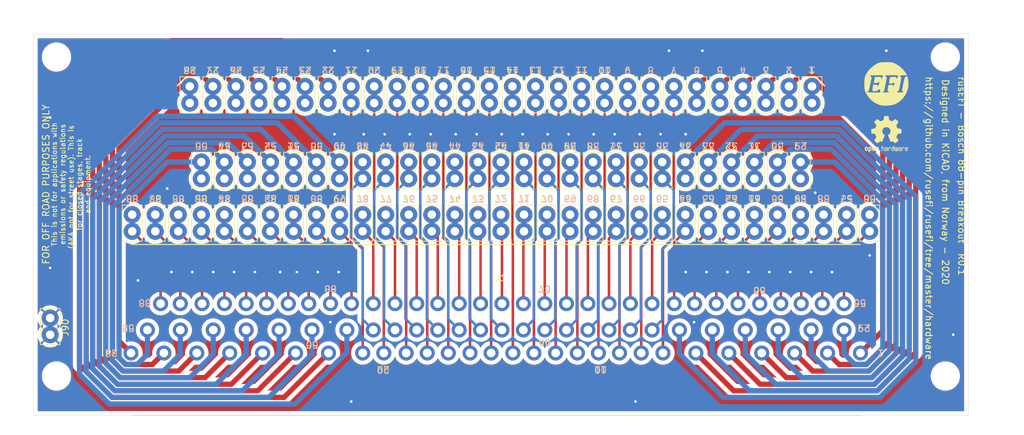
<source format=kicad_pcb>
(kicad_pcb (version 20221018) (generator pcbnew)
  (title_block (title "88 Pin Vag Breakout") (date "2020-06-03") (rev "R0.1") (company "rusEFI") (comment 1 "Snake____1"))
  (layers (0 "F.Cu" signal) (31 "B.Cu" signal) (34 "B.Paste" user) (35 "F.Paste" user) (36 "B.SilkS" user "B.Silkscreen") (37 "F.SilkS" user "F.Silkscreen") (38 "B.Mask" user) (39 "F.Mask" user) (44 "Edge.Cuts" user))
  (net 0 "")
  (net 1 "Net-(J1-Pad1)")
  (net 2 "Net-(J1-Pad2)")
  (net 3 "Net-(J1-Pad3)")
  (net 4 "Net-(J1-Pad4)")
  (net 5 "Net-(J1-Pad5)")
  (net 6 "Net-(J1-Pad6)")
  (net 7 "Net-(J1-Pad7)")
  (net 8 "Net-(J1-Pad8)")
  (net 9 "Net-(J1-Pad9)")
  (net 10 "Net-(J1-Pad10)")
  (net 11 "Net-(J1-Pad11)")
  (net 12 "Net-(J1-Pad12)")
  (net 13 "Net-(J1-Pad13)")
  (net 14 "Net-(J1-Pad14)")
  (net 15 "Net-(J1-Pad15)")
  (net 16 "Net-(J1-Pad16)")
  (net 17 "Net-(J1-Pad17)")
  (net 18 "Net-(J1-Pad18)")
  (net 19 "Net-(J1-Pad19)")
  (net 20 "Net-(J1-Pad20)")
  (net 21 "Net-(J1-Pad21)")
  (net 22 "Net-(J1-Pad22)")
  (net 23 "Net-(J1-Pad23)")
  (net 24 "Net-(J1-Pad24)")
  (net 25 "Net-(J1-Pad25)")
  (net 26 "Net-(J1-Pad26)")
  (net 27 "Net-(J1-Pad27)")
  (net 28 "Net-(J1-Pad28)")
  (net 29 "Net-(J1-Pad29)")
  (net 30 "Net-(J1-Pad30)")
  (net 31 "Net-(J1-Pad31)")
  (net 32 "Net-(J1-Pad32)")
  (net 33 "Net-(J1-Pad33)")
  (net 34 "Net-(J1-Pad34)")
  (net 35 "Net-(J1-Pad35)")
  (net 36 "Net-(J1-Pad36)")
  (net 37 "Net-(J1-Pad37)")
  (net 38 "Net-(J1-Pad38)")
  (net 39 "Net-(J1-Pad39)")
  (net 40 "Net-(J1-Pad40)")
  (net 41 "Net-(J1-Pad41)")
  (net 42 "Net-(J1-Pad42)")
  (net 43 "Net-(J1-Pad43)")
  (net 44 "Net-(J1-Pad44)")
  (net 45 "Net-(J1-Pad45)")
  (net 46 "Net-(J1-Pad46)")
  (net 47 "Net-(J1-Pad47)")
  (net 48 "Net-(J1-Pad48)")
  (net 49 "Net-(J1-Pad49)")
  (net 50 "Net-(J1-Pad50)")
  (net 51 "Net-(J1-Pad51)")
  (net 52 "Net-(J1-Pad52)")
  (net 53 "Net-(J1-Pad53)")
  (net 54 "Net-(J1-Pad54)")
  (net 55 "Net-(J1-Pad55)")
  (net 56 "Net-(J1-Pad56)")
  (net 57 "Net-(J1-Pad57)")
  (net 58 "Net-(J1-Pad58)")
  (net 59 "Net-(J1-Pad59)")
  (net 60 "Net-(J1-Pad60)")
  (net 61 "Net-(J1-Pad61)")
  (net 62 "Net-(J1-Pad62)")
  (net 63 "Net-(J1-Pad63)")
  (net 64 "Net-(J1-Pad64)")
  (net 65 "Net-(J1-Pad65)")
  (net 66 "Net-(J1-Pad66)")
  (net 67 "Net-(J1-Pad67)")
  (net 68 "Net-(J1-Pad68)")
  (net 69 "Net-(J1-Pad69)")
  (net 70 "Net-(J1-Pad70)")
  (net 71 "Net-(J1-Pad71)")
  (net 72 "Net-(J1-Pad72)")
  (net 73 "Net-(J1-Pad73)")
  (net 74 "Net-(J1-Pad74)")
  (net 75 "Net-(J1-Pad75)")
  (net 76 "Net-(J1-Pad76)")
  (net 77 "Net-(J1-Pad77)")
  (net 78 "Net-(J1-Pad78)")
  (net 79 "Net-(J1-Pad79)")
  (net 80 "Net-(J1-Pad80)")
  (net 81 "Net-(J1-Pad81)")
  (net 82 "Net-(J1-Pad82)")
  (net 83 "Net-(J1-Pad83)")
  (net 84 "Net-(J1-Pad84)")
  (net 85 "Net-(J1-Pad85)")
  (net 86 "Net-(J1-Pad86)")
  (net 87 "Net-(J1-Pad87)")
  (net 88 "Net-(J1-Pad88)")
  (net 89 "GND")
  (footprint "rusefi_lib:BOSCH-88pin" (layer "F.Cu") (at 146 123.5 180)
    (fp_text reference "J1")
    (fp_text value "BOSCH_88PIN_02X44")
  )
  (footprint "TestPoint:TestPoint_Bridge_Pitch2.54mm_Drill1.3mm" (layer "F.Cu") (at 193.25 85.5 90)
    (fp_text reference "J2" hide)
    (fp_text value "Pin1")
  )
  (footprint "TestPoint:TestPoint_Bridge_Pitch2.54mm_Drill1.3mm" (layer "F.Cu") (at 186.25 85.5 90)
    (fp_text reference "J3" hide)
    (fp_text value "Pin3")
  )
  (footprint "TestPoint:TestPoint_Bridge_Pitch2.54mm_Drill1.3mm" (layer "F.Cu") (at 179.25 85.5 90)
    (fp_text reference "J4" hide)
    (fp_text value "Pin5")
  )
  (footprint "TestPoint:TestPoint_Bridge_Pitch2.54mm_Drill1.3mm" (layer "F.Cu") (at 172.25 85.5 90)
    (fp_text reference "J5" hide)
    (fp_text value "Pin7")
  )
  (footprint "TestPoint:TestPoint_Bridge_Pitch2.54mm_Drill1.3mm" (layer "F.Cu") (at 165.25 85.5 90)
    (fp_text reference "J6" hide)
    (fp_text value "Pin9")
  )
  (footprint "TestPoint:TestPoint_Bridge_Pitch2.54mm_Drill1.3mm" (layer "F.Cu") (at 158.25 85.5 90)
    (fp_text reference "J7" hide)
    (fp_text value "Pin11")
  )
  (footprint "TestPoint:TestPoint_Bridge_Pitch2.54mm_Drill1.3mm" (layer "F.Cu") (at 151.25 85.5 90)
    (fp_text reference "J8" hide)
    (fp_text value "Pin13")
  )
  (footprint "TestPoint:TestPoint_Bridge_Pitch2.54mm_Drill1.3mm" (layer "F.Cu") (at 144.25 85.5 90)
    (fp_text reference "J9" hide)
    (fp_text value "Pin15")
  )
  (footprint "TestPoint:TestPoint_Bridge_Pitch2.54mm_Drill1.3mm" (layer "F.Cu") (at 137.25 85.5 90)
    (fp_text reference "J10" hide)
    (fp_text value "Pin17")
  )
  (footprint "TestPoint:TestPoint_Bridge_Pitch2.54mm_Drill1.3mm" (layer "F.Cu") (at 130.25 85.5 90)
    (fp_text reference "J11" hide)
    (fp_text value "Pin19")
  )
  (footprint "TestPoint:TestPoint_Bridge_Pitch2.54mm_Drill1.3mm" (layer "F.Cu") (at 123.25 85.5 90)
    (fp_text reference "J12" hide)
    (fp_text value "Pin21")
  )
  (footprint "TestPoint:TestPoint_Bridge_Pitch2.54mm_Drill1.3mm" (layer "F.Cu") (at 116.25 85.5 90)
    (fp_text reference "J13" hide)
    (fp_text value "Pin23")
  )
  (footprint "TestPoint:TestPoint_Bridge_Pitch2.54mm_Drill1.3mm" (layer "F.Cu") (at 109.25 85.5 90)
    (fp_text reference "J14" hide)
    (fp_text value "Pin25")
  )
  (footprint "TestPoint:TestPoint_Bridge_Pitch2.54mm_Drill1.3mm" (layer "F.Cu") (at 102.25 85.5 90)
    (fp_text reference "J15" hide)
    (fp_text value "Pin27")
  )
  (footprint "TestPoint:TestPoint_Bridge_Pitch2.54mm_Drill1.3mm" (layer "F.Cu") (at 191.5 97 90)
    (fp_text reference "J16" hide)
    (fp_text value "Pin29")
  )
  (footprint "TestPoint:TestPoint_Bridge_Pitch2.54mm_Drill1.3mm" (layer "F.Cu") (at 184.5 97 90)
    (fp_text reference "J17" hide)
    (fp_text value "Pin31")
  )
  (footprint "TestPoint:TestPoint_Bridge_Pitch2.54mm_Drill1.3mm" (layer "F.Cu") (at 177.5 97 90)
    (fp_text reference "J18" hide)
    (fp_text value "Pin33")
  )
  (footprint "TestPoint:TestPoint_Bridge_Pitch2.54mm_Drill1.3mm" (layer "F.Cu") (at 170.5 97 90)
    (fp_text reference "J19" hide)
    (fp_text value "Pin35")
  )
  (footprint "TestPoint:TestPoint_Bridge_Pitch2.54mm_Drill1.3mm" (layer "F.Cu") (at 163.5 97 90)
    (fp_text reference "J20" hide)
    (fp_text value "Pin37")
  )
  (footprint "TestPoint:TestPoint_Bridge_Pitch2.54mm_Drill1.3mm" (layer "F.Cu") (at 156.5 97 90)
    (fp_text reference "J21" hide)
    (fp_text value "Pin39")
  )
  (footprint "TestPoint:TestPoint_Bridge_Pitch2.54mm_Drill1.3mm" (layer "F.Cu") (at 149.5 97 90)
    (fp_text reference "J22" hide)
    (fp_text value "Pin41")
  )
  (footprint "TestPoint:TestPoint_Bridge_Pitch2.54mm_Drill1.3mm" (layer "F.Cu") (at 142.5 97 90)
    (fp_text reference "J23" hide)
    (fp_text value "Pin43")
  )
  (footprint "TestPoint:TestPoint_Bridge_Pitch2.54mm_Drill1.3mm" (layer "F.Cu") (at 135.5 97 90)
    (fp_text reference "J24" hide)
    (fp_text value "Pin45")
  )
  (footprint "TestPoint:TestPoint_Bridge_Pitch2.54mm_Drill1.3mm" (layer "F.Cu") (at 128.5 97 90)
    (fp_text reference "J25" hide)
    (fp_text value "Pin47")
  )
  (footprint "TestPoint:TestPoint_Bridge_Pitch2.54mm_Drill1.3mm" (layer "F.Cu") (at 121.5 97 90)
    (fp_text reference "J26" hide)
    (fp_text value "Pin49")
  )
  (footprint "TestPoint:TestPoint_Bridge_Pitch2.54mm_Drill1.3mm" (layer "F.Cu") (at 114.5 97 90)
    (fp_text reference "J27" hide)
    (fp_text value "Pin51")
  )
  (footprint "TestPoint:TestPoint_Bridge_Pitch2.54mm_Drill1.3mm" (layer "F.Cu") (at 107.5 97 90)
    (fp_text reference "J28" hide)
    (fp_text value "Pin53")
  )
  (footprint "TestPoint:TestPoint_Bridge_Pitch2.54mm_Drill1.3mm" (layer "F.Cu") (at 100.5 97 90)
    (fp_text reference "J29" hide)
    (fp_text value "Pin55")
  )
  (footprint "TestPoint:TestPoint_Bridge_Pitch2.54mm_Drill1.3mm" (layer "F.Cu") (at 198.5 105 90)
    (fp_text reference "J30" hide)
    (fp_text value "Pin57")
  )
  (footprint "TestPoint:TestPoint_Bridge_Pitch2.54mm_Drill1.3mm" (layer "F.Cu") (at 191.5 105 90)
    (fp_text reference "J31" hide)
    (fp_text value "Pin59")
  )
  (footprint "TestPoint:TestPoint_Bridge_Pitch2.54mm_Drill1.3mm" (layer "F.Cu") (at 184.5 105 90)
    (fp_text reference "J32" hide)
    (fp_text value "Pin61")
  )
  (footprint "TestPoint:TestPoint_Bridge_Pitch2.54mm_Drill1.3mm" (layer "F.Cu") (at 177.5 105 90)
    (fp_text reference "J33" hide)
    (fp_text value "Pin63")
  )
  (footprint "TestPoint:TestPoint_Bridge_Pitch2.54mm_Drill1.3mm" (layer "F.Cu") (at 170.5 105 90)
    (fp_text reference "J34" hide)
    (fp_text value "Pin65")
  )
  (footprint "TestPoint:TestPoint_Bridge_Pitch2.54mm_Drill1.3mm" (layer "F.Cu") (at 163.5 105 90)
    (fp_text reference "J35" hide)
    (fp_text value "Pin67")
  )
  (footprint "TestPoint:TestPoint_Bridge_Pitch2.54mm_Drill1.3mm" (layer "F.Cu") (at 156.5 105 90)
    (fp_text reference "J36" hide)
    (fp_text value "Pin69")
  )
  (footprint "TestPoint:TestPoint_Bridge_Pitch2.54mm_Drill1.3mm" (layer "F.Cu") (at 149.5 105 90)
    (fp_text reference "J37" hide)
    (fp_text value "Pin71")
  )
  (footprint "TestPoint:TestPoint_Bridge_Pitch2.54mm_Drill1.3mm" (layer "F.Cu") (at 142.5 105 90)
    (fp_text reference "J38" hide)
    (fp_text value "Pin73")
  )
  (footprint "TestPoint:TestPoint_Bridge_Pitch2.54mm_Drill1.3mm" (layer "F.Cu") (at 135.5 105 90)
    (fp_text reference "J39" hide)
    (fp_text value "Pin75")
  )
  (footprint "TestPoint:TestPoint_Bridge_Pitch2.54mm_Drill1.3mm" (layer "F.Cu") (at 128.5 105 90)
    (fp_text reference "J40" hide)
    (fp_text value "Pin77")
  )
  (footprint "TestPoint:TestPoint_Bridge_Pitch2.54mm_Drill1.3mm" (layer "F.Cu") (at 121.5 105 90)
    (fp_text reference "J41" hide)
    (fp_text value "Pin79")
  )
  (footprint "TestPoint:TestPoint_Bridge_Pitch2.54mm_Drill1.3mm" (layer "F.Cu") (at 114.5 105 90)
    (fp_text reference "J42" hide)
    (fp_text value "Pin81")
  )
  (footprint "TestPoint:TestPoint_Bridge_Pitch2.54mm_Drill1.3mm" (layer "F.Cu") (at 107.5 105 90)
    (fp_text reference "J43" hide)
    (fp_text value "Pin83")
  )
  (footprint "TestPoint:TestPoint_Bridge_Pitch2.54mm_Drill1.3mm" (layer "F.Cu") (at 100.5 105 90)
    (fp_text reference "J44" hide)
    (fp_text value "Pin85")
  )
  (footprint "TestPoint:TestPoint_Bridge_Pitch2.54mm_Drill1.3mm" (layer "F.Cu") (at 93.5 105 90)
    (fp_text reference "J45" hide)
    (fp_text value "Pin87")
  )
  (footprint "TestPoint:TestPoint_Bridge_Pitch2.54mm_Drill1.3mm" (layer "F.Cu") (at 189.75 85.5 90)
    (fp_text reference "J46" hide)
    (fp_text value "Pin2")
  )
  (footprint "TestPoint:TestPoint_Bridge_Pitch2.54mm_Drill1.3mm" (layer "F.Cu") (at 182.75 85.5 90)
    (fp_text reference "J47" hide)
    (fp_text value "Pin4")
  )
  (footprint "TestPoint:TestPoint_Bridge_Pitch2.54mm_Drill1.3mm" (layer "F.Cu") (at 175.75 85.5 90)
    (fp_text reference "J48" hide)
    (fp_text value "Pin6")
  )
  (footprint "TestPoint:TestPoint_Bridge_Pitch2.54mm_Drill1.3mm" (layer "F.Cu") (at 168.75 85.5 90)
    (fp_text reference "J49" hide)
    (fp_text value "Pin8")
  )
  (footprint "TestPoint:TestPoint_Bridge_Pitch2.54mm_Drill1.3mm" (layer "F.Cu") (at 161.75 85.5 90)
    (fp_text reference "J50" hide)
    (fp_text value "Pin10")
  )
  (footprint "TestPoint:TestPoint_Bridge_Pitch2.54mm_Drill1.3mm" (layer "F.Cu") (at 154.75 85.5 90)
    (fp_text reference "J51" hide)
    (fp_text value "Pin12")
  )
  (footprint "TestPoint:TestPoint_Bridge_Pitch2.54mm_Drill1.3mm" (layer "F.Cu") (at 147.75 85.5 90)
    (fp_text reference "J52" hide)
    (fp_text value "Pin14")
  )
  (footprint "TestPoint:TestPoint_Bridge_Pitch2.54mm_Drill1.3mm" (layer "F.Cu") (at 140.75 85.5 90)
    (fp_text reference "J53" hide)
    (fp_text value "Pin16")
  )
  (footprint "TestPoint:TestPoint_Bridge_Pitch2.54mm_Drill1.3mm" (layer "F.Cu") (at 133.75 85.5 90)
    (fp_text reference "J54" hide)
    (fp_text value "Pin18")
  )
  (footprint "TestPoint:TestPoint_Bridge_Pitch2.54mm_Drill1.3mm" (layer "F.Cu") (at 126.75 85.5 90)
    (fp_text reference "J55" hide)
    (fp_text value "Pin20")
  )
  (footprint "TestPoint:TestPoint_Bridge_Pitch2.54mm_Drill1.3mm" (layer "F.Cu") (at 119.75 85.5 90)
    (fp_text reference "J56" hide)
    (fp_text value "Pin22")
  )
  (footprint "TestPoint:TestPoint_Bridge_Pitch2.54mm_Drill1.3mm" (layer "F.Cu") (at 112.75 85.5 90)
    (fp_text reference "J57" hide)
    (fp_text value "Pin24")
  )
  (footprint "TestPoint:TestPoint_Bridge_Pitch2.54mm_Drill1.3mm" (layer "F.Cu") (at 105.75 85.5 90)
    (fp_text reference "J58" hide)
    (fp_text value "Pin26")
  )
  (footprint "TestPoint:TestPoint_Bridge_Pitch2.54mm_Drill1.3mm" (layer "F.Cu") (at 98.75 85.5 90)
    (fp_text reference "J59" hide)
    (fp_text value "Pin28")
  )
  (footprint "TestPoint:TestPoint_Bridge_Pitch2.54mm_Drill1.3mm" (layer "F.Cu") (at 188 97 90)
    (fp_text reference "J60" hide)
    (fp_text value "Pin30")
  )
  (footprint "TestPoint:TestPoint_Bridge_Pitch2.54mm_Drill1.3mm" (layer "F.Cu") (at 181 97 90)
    (fp_text reference "J61" hide)
    (fp_text value "Pin32")
  )
  (footprint "TestPoint:TestPoint_Bridge_Pitch2.54mm_Drill1.3mm" (layer "F.Cu") (at 174 97 90)
    (fp_text reference "J62" hide)
    (fp_text value "Pin34")
  )
  (footprint "TestPoint:TestPoint_Bridge_Pitch2.54mm_Drill1.3mm" (layer "F.Cu") (at 167 97 90)
    (fp_text reference "J63" hide)
    (fp_text value "Pin36")
  )
  (footprint "TestPoint:TestPoint_Bridge_Pitch2.54mm_Drill1.3mm" (layer "F.Cu") (at 160 97 90)
    (fp_text reference "J64" hide)
    (fp_text value "Pin38")
  )
  (footprint "TestPoint:TestPoint_Bridge_Pitch2.54mm_Drill1.3mm" (layer "F.Cu") (at 153 97 90)
    (fp_text reference "J65" hide)
    (fp_text value "Pin40")
  )
  (footprint "TestPoint:TestPoint_Bridge_Pitch2.54mm_Drill1.3mm" (layer "F.Cu") (at 146 97 90)
    (fp_text reference "J66" hide)
    (fp_text value "Pin42")
  )
  (footprint "TestPoint:TestPoint_Bridge_Pitch2.54mm_Drill1.3mm" (layer "F.Cu") (at 139 97 90)
    (fp_text reference "J67" hide)
    (fp_text value "Pin44")
  )
  (footprint "TestPoint:TestPoint_Bridge_Pitch2.54mm_Drill1.3mm" (layer "F.Cu") (at 132 97 90)
    (fp_text reference "J68" hide)
    (fp_text value "Pin46")
  )
  (footprint "TestPoint:TestPoint_Bridge_Pitch2.54mm_Drill1.3mm" (layer "F.Cu") (at 125 97 90)
    (fp_text reference "J69" hide)
    (fp_text value "Pin48")
  )
  (footprint "TestPoint:TestPoint_Bridge_Pitch2.54mm_Drill1.3mm" (layer "F.Cu") (at 118 97 90)
    (fp_text reference "J70" hide)
    (fp_text value "Pin50")
  )
  (footprint "TestPoint:TestPoint_Bridge_Pitch2.54mm_Drill1.3mm" (layer "F.Cu") (at 111 97 90)
    (fp_text reference "J71" hide)
    (fp_text value "Pin52")
  )
  (footprint "TestPoint:TestPoint_Bridge_Pitch2.54mm_Drill1.3mm" (layer "F.Cu") (at 104 97 90)
    (fp_text reference "J72" hide)
    (fp_text value "Pin54")
  )
  (footprint "TestPoint:TestPoint_Bridge_Pitch2.54mm_Drill1.3mm" (layer "F.Cu") (at 202 105 90)
    (fp_text reference "J73" hide)
    (fp_text value "Pin56")
  )
  (footprint "TestPoint:TestPoint_Bridge_Pitch2.54mm_Drill1.3mm" (layer "F.Cu") (at 195 105 90)
    (fp_text reference "J74" hide)
    (fp_text value "Pin58")
  )
  (footprint "TestPoint:TestPoint_Bridge_Pitch2.54mm_Drill1.3mm" (layer "F.Cu") (at 188 105 90)
    (fp_text reference "J75" hide)
    (fp_text value "Pin60")
  )
  (footprint "TestPoint:TestPoint_Bridge_Pitch2.54mm_Drill1.3mm" (layer "F.Cu") (at 181 105 90)
    (fp_text reference "J76" hide)
    (fp_text value "Pin62")
  )
  (footprint "TestPoint:TestPoint_Bridge_Pitch2.54mm_Drill1.3mm" (layer "F.Cu") (at 174 105 90)
    (fp_text reference "J77" hide)
    (fp_text value "Pin64")
  )
  (footprint "TestPoint:TestPoint_Bridge_Pitch2.54mm_Drill1.3mm" (layer "F.Cu") (at 167 105 90)
    (fp_text reference "J78" hide)
    (fp_text value "Pin66")
  )
  (footprint "TestPoint:TestPoint_Bridge_Pitch2.54mm_Drill1.3mm" (layer "F.Cu") (at 160 105 90)
    (fp_text reference "J79" hide)
    (fp_text value "Pin68")
  )
  (footprint "TestPoint:TestPoint_Bridge_Pitch2.54mm_Drill1.3mm" (layer "F.Cu") (at 153 105 90)
    (fp_text reference "J80" hide)
    (fp_text value "Pin70")
  )
  (footprint "TestPoint:TestPoint_Bridge_Pitch2.54mm_Drill1.3mm" (layer "F.Cu") (at 146 105 90)
    (fp_text reference "J81" hide)
    (fp_text value "Pin72")
  )
  (footprint "TestPoint:TestPoint_Bridge_Pitch2.54mm_Drill1.3mm" (layer "F.Cu") (at 139 105 90)
    (fp_text reference "J82" hide)
    (fp_text value "Pin74")
  )
  (footprint "TestPoint:TestPoint_Bridge_Pitch2.54mm_Drill1.3mm" (layer "F.Cu") (at 132 105 90)
    (fp_text reference "J83" hide)
    (fp_text value "Pin76")
  )
  (footprint "TestPoint:TestPoint_Bridge_Pitch2.54mm_Drill1.3mm" (layer "F.Cu") (at 125 105 90)
    (fp_text reference "J84" hide)
    (fp_text value "Pin78")
  )
  (footprint "TestPoint:TestPoint_Bridge_Pitch2.54mm_Drill1.3mm" (layer "F.Cu") (at 118 105 90)
    (fp_text reference "J85" hide)
    (fp_text value "Pin80")
  )
  (footprint "TestPoint:TestPoint_Bridge_Pitch2.54mm_Drill1.3mm" (layer "F.Cu") (at 111 105 90)
    (fp_text reference "J86" hide)
    (fp_text value "Pin82")
  )
  (footprint "TestPoint:TestPoint_Bridge_Pitch2.54mm_Drill1.3mm" (layer "F.Cu") (at 104 105 90)
    (fp_text reference "J87" hide)
    (fp_text value "Pin84")
  )
  (footprint "TestPoint:TestPoint_Bridge_Pitch2.54mm_Drill1.3mm" (layer "F.Cu") (at 97 105 90)
    (fp_text reference "J88" hide)
    (fp_text value "Pin86")
  )
  (footprint "TestPoint:TestPoint_Bridge_Pitch2.54mm_Drill1.3mm" (layer "F.Cu") (at 90 105 90)
    (fp_text reference "J89" hide)
    (fp_text value "Pin88")
  )
  (footprint "MountingHole:MountingHole_3.2mm_M3_DIN965" (layer "F.Cu") (at 78.5 78.5)
    (fp_text reference "H1" hide)
    (fp_text value "M3")
  )
  (footprint "MountingHole:MountingHole_3.2mm_M3_DIN965" (layer "F.Cu") (at 78.5 127)
    (fp_text reference "H2" hide)
    (fp_text value "M3")
  )
  (footprint "MountingHole:MountingHole_3.2mm_M3_DIN965" (layer "F.Cu") (at 213.5 127)
    (fp_text reference "H4" hide)
    (fp_text value "M3")
  )
  (footprint "MountingHole:MountingHole_3.2mm_M3_DIN965" (layer "F.Cu") (at 213.5 78.5)
    (fp_text reference "H3" hide)
    (fp_text value "M3")
  )
  (footprint "rusefi_lib:LOGO" (layer "F.Cu") (at 204.54 82.62)
    (fp_text reference "G1" hide)
    (fp_text value "LOGO" hide)
  )
  (footprint "rusefi_lib:Off_Road_Disclaimer" (layer "F.Cu") (at 80.08 97.86 90)
    (fp_text reference "G2" hide)
    (fp_text value "Disclaimer" hide)
  )
  (footprint "TestPoint:TestPoint_Bridge_Pitch2.54mm_Drill1.3mm" (layer "F.Cu") (at 77.54 120.72 90)
    (fp_text reference "J90")
    (fp_text value "GND")
  )
  (footprint "Symbol:OSHW-Logo2_7.3x6mm_SilkScreen" (layer "F.Cu") (at 204.54 90.24)
    (fp_text reference "LOGO1" hide)
    (fp_text value "Logo_Open_Hardware_Small" hide)
  )
  (gr_line (start 75 133) (end 75 75) (stroke (width 0.05)) (layer "Edge.Cuts"))
  (gr_line (start 217 133) (end 75 133) (stroke (width 0.05)) (layer "Edge.Cuts"))
  (gr_line (start 75 75) (end 217 75) (stroke (width 0.05)) (layer "Edge.Cuts"))
  (gr_line (start 217 75) (end 217 133) (stroke (width 0.05)) (layer "Edge.Cuts"))
  (gr_text "By Snake____1" (at 146 127.5) (layer "F.Cu") (effects (font (size 1.5 1.5) (thickness 0.3))))
  (gr_text "28" (at 98.75 80.5 180) (layer "B.SilkS") (effects (font (size 1 1)) (justify mirror)))
  (gr_text "27" (at 102.25 80.5 180) (layer "B.SilkS") (effects (font (size 1 1)) (justify mirror)))
  (gr_text "26" (at 105.75 80.5 180) (layer "B.SilkS") (effects (font (size 1 1)) (justify mirror)))
  (gr_text "25" (at 109.25 80.5 180) (layer "B.SilkS") (effects (font (size 1 1)) (justify mirror)))
  (gr_text "24" (at 112.75 80.5 180) (layer "B.SilkS") (effects (font (size 1 1)) (justify mirror)))
  (gr_text "23" (at 116.25 80.5 180) (layer "B.SilkS") (effects (font (size 1 1)) (justify mirror)))
  (gr_text "22" (at 119.75 80.5 180) (layer "B.SilkS") (effects (font (size 1 1)) (justify mirror)))
  (gr_text "21" (at 123.25 80.5 180) (layer "B.SilkS") (effects (font (size 1 1)) (justify mirror)))
  (gr_text "20" (at 126.75 80.5 180) (layer "B.SilkS") (effects (font (size 1 1)) (justify mirror)))
  (gr_text "19" (at 130.245 80.5 180) (layer "B.SilkS") (effects (font (size 1 1)) (justify mirror)))
  (gr_text "18" (at 133.75 80.5 180) (layer "B.SilkS") (effects (font (size 1 1)) (justify mirror)))
  (gr_text "17" (at 137.25 80.5 180) (layer "B.SilkS") (effects (font (size 1 1)) (justify mirror)))
  (gr_text "16" (at 140.75 80.5 180) (layer "B.SilkS") (effects (font (size 1 1)) (justify mirror)))
  (gr_text "15" (at 144.25 80.5 180) (layer "B.SilkS") (effects (font (size 1 1)) (justify mirror)))
  (gr_text "14" (at 147.75 80.5 180) (layer "B.SilkS") (effects (font (size 1 1)) (justify mirror)))
  (gr_text "13" (at 151.2 80.5 180) (layer "B.SilkS") (effects (font (size 1 1)) (justify mirror)))
  (gr_text "12" (at 154.75 80.5 180) (layer "B.SilkS") (effects (font (size 1 1)) (justify mirror)))
  (gr_text "11" (at 158.185 80.5 180) (layer "B.SilkS") (effects (font (size 1 1)) (justify mirror)))
  (gr_text "10" (at 161.75 80.5 180) (layer "B.SilkS") (effects (font (size 1 1)) (justify mirror)))
  (gr_text "9" (at 165.25 80.5 180) (layer "B.SilkS") (effects (font (size 1 1)) (justify mirror)))
  (gr_text "8" (at 168.75 80.5 180) (layer "B.SilkS") (effects (font (size 1 1)) (justify mirror)))
  (gr_text "7" (at 172.25 80.5 180) (layer "B.SilkS") (effects (font (size 1 1)) (justify mirror)))
  (gr_text "6" (at 175.75 80.5 180) (layer "B.SilkS") (effects (font (size 1 1)) (justify mirror)))
  (gr_text "5" (at 179.25 80.5 180) (layer "B.SilkS") (effects (font (size 1 1)) (justify mirror)))
  (gr_text "4" (at 182.75 80.5 180) (layer "B.SilkS") (effects (font (size 1 1)) (justify mirror)))
  (gr_text "3" (at 186.25 80.5 180) (layer "B.SilkS") (effects (font (size 1 1)) (justify mirror)))
  (gr_text "2" (at 189.75 80.5 180) (layer "B.SilkS") (effects (font (size 1 1)) (justify mirror)))
  (gr_text "1" (at 193.11 80.5 180) (layer "B.SilkS") (effects (font (size 1 1)) (justify mirror)))
  (gr_text "29" (at 191.5 92 180) (layer "B.SilkS") (effects (font (size 1 1)) (justify mirror)))
  (gr_text "30" (at 188 92 180) (layer "B.SilkS") (effects (font (size 1 1)) (justify mirror)))
  (gr_text "31" (at 184.5 92 180) (layer "B.SilkS") (effects (font (size 1 1)) (justify mirror)))
  (gr_text "32" (at 181 92 180) (layer "B.SilkS") (effects (font (size 1 1)) (justify mirror)))
  (gr_text "33" (at 177.5 92 180) (layer "B.SilkS") (effects (font (size 1 1)) (justify mirror)))
  (gr_text "34" (at 174 92 180) (layer "B.SilkS") (effects (font (size 1 1)) (justify mirror)))
  (gr_text "35" (at 170.5 92 180) (layer "B.SilkS") (effects (font (size 1 1)) (justify mirror)))
  (gr_text "36" (at 167 92 180) (layer "B.SilkS") (effects (font (size 1 1)) (justify mirror)))
  (gr_text "37" (at 163.5 92 180) (layer "B.SilkS") (effects (font (size 1 1)) (justify mirror)))
  (gr_text "38" (at 160 92 180) (layer "B.SilkS") (effects (font (size 1 1)) (justify mirror)))
  (gr_text "39" (at 156.5 92 180) (layer "B.SilkS") (effects (font (size 1 1)) (justify mirror)))
  (gr_text "40" (at 153 92 180) (layer "B.SilkS") (effects (font (size 1 1)) (justify mirror)))
  (gr_text "41" (at 149.5 92 180) (layer "B.SilkS") (effects (font (size 1 1)) (justify mirror)))
  (gr_text "42" (at 146 92 180) (layer "B.SilkS") (effects (font (size 1 1)) (justify mirror)))
  (gr_text "43" (at 142.5 92 180) (layer "B.SilkS") (effects (font (size 1 1)) (justify mirror)))
  (gr_text "44" (at 139 92 180) (layer "B.SilkS") (effects (font (size 1 1)) (justify mirror)))
  (gr_text "45" (at 135.5 92 180) (layer "B.SilkS") (effects (font (size 1 1)) (justify mirror)))
  (gr_text "46" (at 132 92 180) (layer "B.SilkS") (effects (font (size 1 1)) (justify mirror)))
  (gr_text "47" (at 128.5 92 180) (layer "B.SilkS") (effects (font (size 1 1)) (justify mirror)))
  (gr_text "48" (at 125 92 180) (layer "B.SilkS") (effects (font (size 1 1)) (justify mirror)))
  (gr_text "49" (at 121.5 92 180) (layer "B.SilkS") (effects (font (size 1 1)) (justify mirror)))
  (gr_text "50" (at 118 92 180) (layer "B.SilkS") (effects (font (size 1 1)) (justify mirror)))
  (gr_text "51" (at 114.5 92 180) (layer "B.SilkS") (effects (font (size 1 1)) (justify mirror)))
  (gr_text "52" (at 111 92 180) (layer "B.SilkS") (effects (font (size 1 1)) (justify mirror)))
  (gr_text "53" (at 107.5 92 180) (layer "B.SilkS") (effects (font (size 1 1)) (justify mirror)))
  (gr_text "54" (at 104 92 180) (layer "B.SilkS") (effects (font (size 1 1)) (justify mirror)))
  (gr_text "55" (at 100.5 92 180) (layer "B.SilkS") (effects (font (size 1 1)) (justify mirror)))
  (gr_text "88" (at 90 100 180) (layer "B.SilkS") (effects (font (size 1 1)) (justify mirror)))
  (gr_text "87" (at 93.5 100 180) (layer "B.SilkS") (effects (font (size 1 1)) (justify mirror)))
  (gr_text "86" (at 97 100 180) (layer "B.SilkS") (effects (font (size 1 1)) (justify mirror)))
  (gr_text "85" (at 100.4 100 180) (layer "B.SilkS") (effects (font (size 1 1)) (justify mirror)))
  (gr_text "84" (at 104 100 180) (layer "B.SilkS") (effects (font (size 1 1)) (justify mirror)))
  (gr_text "83" (at 107.5 100 180) (layer "B.SilkS") (effects (font (size 1 1)) (justify mirror)))
  (gr_text "82" (at 111 100 180) (layer "B.SilkS") (effects (font (size 1 1)) (justify mirror)))
  (gr_text "81" (at 114.5 100 180) (layer "B.SilkS") (effects (font (size 1 1)) (justify mirror)))
  (gr_text "80" (at 118 100 180) (layer "B.SilkS") (effects (font (size 1 1)) (justify mirror)))
  (gr_text "79" (at 121.5 100 180) (layer "B.SilkS") (effects (font (size 1 1)) (justify mirror)))
  (gr_text "78" (at 125 100 180) (layer "B.SilkS") (effects (font (size 1 1)) (justify mirror)))
  (gr_text "77" (at 128.5 100 180) (layer "B.SilkS") (effects (font (size 1 1)) (justify mirror)))
  (gr_text "76" (at 132 100 180) (layer "B.SilkS") (effects (font (size 1 1)) (justify mirror)))
  (gr_text "75" (at 135.5 100 180) (layer "B.SilkS") (effects (font (size 1 1)) (justify mirror)))
  (gr_text "74" (at 139 100 180) (layer "B.SilkS") (effects (font (size 1 1)) (justify mirror)))
  (gr_text "73" (at 142.5 100 180) (layer "B.SilkS") (effects (font (size 1 1)) (justify mirror)))
  (gr_text "72" (at 146 100 180) (layer "B.SilkS") (effects (font (size 1 1)) (justify mirror)))
  (gr_text "71" (at 149.5 100 180) (layer "B.SilkS") (effects (font (size 1 1)) (justify mirror)))
  (gr_text "70" (at 153 100 180) (layer "B.SilkS") (effects (font (size 1 1)) (justify mirror)))
  (gr_text "69" (at 156.5 100 180) (layer "B.SilkS") (effects (font (size 1 1)) (justify mirror)))
  (gr_text "68" (at 160 100 180) (layer "B.SilkS") (effects (font (size 1 1)) (justify mirror)))
  (gr_text "67" (at 163.5 100 180) (layer "B.SilkS") (effects (font (size 1 1)) (justify mirror)))
  (gr_text "66" (at 167 100 180) (layer "B.SilkS") (effects (font (size 1 1)) (justify mirror)))
  (gr_text "65" (at 170.5 100 180) (layer "B.SilkS") (effects (font (size 1 1)) (justify mirror)))
  (gr_text "64" (at 174 100 180) (layer "B.SilkS") (effects (font (size 1 1)) (justify mirror)))
  (gr_text "63" (at 177.5 100 180) (layer "B.SilkS") (effects (font (size 1 1)) (justify mirror)))
  (gr_text "62" (at 181 100 180) (layer "B.SilkS") (effects (font (size 1 1)) (justify mirror)))
  (gr_text "61" (at 184.5 100 180) (layer "B.SilkS") (effects (font (size 1 1)) (justify mirror)))
  (gr_text "60" (at 188 100 180) (layer "B.SilkS") (effects (font (size 1 1)) (justify mirror)))
  (gr_text "59" (at 191.5 100 180) (layer "B.SilkS") (effects (font (size 1 1)) (justify mirror)))
  (gr_text "58" (at 195 100 180) (layer "B.SilkS") (effects (font (size 1 1)) (justify mirror)))
  (gr_text "57" (at 198.5 100 180) (layer "B.SilkS") (effects (font (size 1 1)) (justify mirror)))
  (gr_text "56" (at 202 100 180) (layer "B.SilkS") (effects (font (size 1 1)) (justify mirror)))
  (gr_text "88" (at 91.92 115.875 180) (layer "B.SilkS") (effects (font (size 1 1)) (justify mirror)))
  (gr_text "80" (at 120.114 113.716 180) (layer "B.SilkS") (effects (font (size 1 1)) (justify mirror)))
  (gr_text "28" (at 86.84 123.495 180) (layer "B.SilkS") (effects (font (size 1 1)) (justify mirror)))
  (gr_text "40" (at 152.626 121.844 180) (layer "B.SilkS") (effects (font (size 1 1)) (justify mirror)))
  (gr_text "55" (at 89.38 119.685 180) (layer "B.SilkS") (effects (font (size 1 1)) (justify mirror)))
  (gr_text "10" (at 161.135 126.035 180) (layer "B.SilkS") (effects (font (size 1 1)) (justify mirror)))
  (gr_text "50" (at 117.32 122.225 180) (layer "B.SilkS") (effects (font (size 1 1)) (justify mirror)))
  (gr_text "20" (at 128.115 126.035 180) (layer "B.SilkS") (effects (font (size 1 1)) (justify mirror)))
  (gr_text "70" (at 152.626 113.716 180) (layer "B.SilkS") (effects (font (size 1 1)) (justify mirror)))
  (gr_text "29" (at 201.14 119.685 180) (layer "B.SilkS") (effects (font (size 1 1)) (justify mirror)))
  (gr_text "60" (at 185.265 113.97 180) (layer "B.SilkS") (effects (font (size 1 1)) (justify mirror)))
  (gr_text "56" (at 200.505 115.875 180) (layer "B.SilkS") (effects (font (size 1 1)) (justify mirror)))
  (gr_text "1" (at 203.68 123.495 180) (layer "B.SilkS") (effects (font (size 1 1)) (justify mirror)))
  (gr_text "42" (at 146 92 180) (layer "F.SilkS") (effects (font (size 1 1))))
  (gr_text "88" (at 91.92 115.875 180) (layer "F.SilkS") (effects (font (size 1 1))))
  (gr_text "80" (at 120.114 113.716 180) (layer "F.SilkS") (effects (font (size 1 1))))
  (gr_text "75" (at 135.5 100 180) (layer "F.SilkS") (effects (font (size 1 1))))
  (gr_text "45" (at 135.5 92 180) (layer "F.SilkS") (effects (font (size 1 1))))
  (gr_text "88" (at 90 100 180) (layer "F.SilkS") (effects (font (size 1 1))))
  (gr_text "66" (at 167 100 180) (layer "F.SilkS") (effects (font (size 1 1))))
  (gr_text "72" (at 146 100 180) (layer "F.SilkS") (effects (font (size 1 1))))
  (gr_text "18" (at 133.75 80.5 180) (layer "F.SilkS") (effects (font (size 1 1))))
  (gr_text "58" (at 195 100 180) (layer "F.SilkS") (effects (font (size 1 1))))
  (gr_text "33" (at 177.5 92 180) (layer "F.SilkS") (effects (font (size 1 1))))
  (gr_text "87" (at 93.5 100 180) (layer "F.SilkS") (effects (font (size 1 1))))
  (gr_text "55" (at 100.5 92 180) (layer "F.SilkS") (effects (font (size 1 1))))
  (gr_text "rusEFI - Bosch 88-pin Breakout  R0.1" (at 215.97 96.59 270) (layer "F.SilkS") (effects (font (size 1 1))))
  (gr_text "51" (at 114.5 92 180) (layer "F.SilkS") (effects (font (size 1 1))))
  (gr_text "31" (at 184.5 92 180) (layer "F.SilkS") (effects (font (size 1 1))))
  (gr_text "24" (at 112.75 80.5 180) (layer "F.SilkS") (effects (font (size 1 1))))
  (gr_text "70" (at 152.626 113.716 180) (layer "F.SilkS") (effects (font (size 1 1))))
  (gr_text "22" (at 119.75 80.5 180) (layer "F.SilkS") (effects (font (size 1 1))))
  (gr_text "73" (at 142.5 100 180) (layer "F.SilkS") (effects (font (size 1 1))))
  (gr_text "46" (at 132 92 180) (layer "F.SilkS") (effects (font (size 1 1))))
  (gr_text "52" (at 111 92 180) (layer "F.SilkS") (effects (font (size 1 1))))
  (gr_text "37" (at 163.5 92 180) (layer "F.SilkS") (effects (font (size 1 1))))
  (gr_text "5" (at 179.25 80.5 180) (layer "F.SilkS") (effects (font (size 1 1))))
  (gr_text "13" (at 151.25 80.5 180) (layer "F.SilkS") (effects (font (size 1 1))))
  (gr_text "68" (at 160 100 180) (layer "F.SilkS") (effects (font (size 1 1))))
  (gr_text "85" (at 100.5 100 180) (layer "F.SilkS") (effects (font (size 1 1))))
  (gr_text "16" (at 140.75 80.5 180) (layer "F.SilkS") (effects (font (size 1 1))))
  (gr_text "11" (at 158.25 80.5 180) (layer "F.SilkS") (effects (font (size 1 1))))
  (gr_text "34" (at 174 92 180) (layer "F.SilkS") (effects (font (size 1 1))))
  (gr_text "55" (at 89.38 119.685 180) (layer "F.SilkS") (effects (font (size 1 1))))
  (gr_text "50" (at 118 92 180) (layer "F.SilkS") (effects (font (size 1 1))))
  (gr_text "84" (at 104 100 180) (layer "F.SilkS") (effects (font (size 1 1))))
  (gr_text "41" (at 149.5 92 180) (layer "F.SilkS") (effects (font (size 1 1))))
  (gr_text "63" (at 177.5 100 180) (layer "F.SilkS") (effects (font (size 1 1))))
  (gr_text "70" (at 153 100 180) (layer "F.SilkS") (effects (font (size 1 1))))
  (gr_text "9" (at 165.25 80.5 180) (layer "F.SilkS") (effects (font (size 1 1))))
  (gr_text "49" (at 121.5 92 180) (layer "F.SilkS") (effects (font (size 1 1))))
  (gr_text "43" (at 142.5 92 180) (layer "F.SilkS") (effects (font (size 1 1))))
  (gr_text "44" (at 139 92 180) (layer "F.SilkS") (effects (font (size 1 1))))
  (gr_text "29" (at 201.14 119.685 180) (layer "F.SilkS") (effects (font (size 1 1))))
  (gr_text "60" (at 188 100 180) (layer "F.SilkS") (effects (font (size 1 1))))
  (gr_text "7" (at 172.25 80.5 180) (layer "F.SilkS") (effects (font (size 1 1))))
  (gr_text "79" (at 121.5 100 180) (layer "F.SilkS") (effects (font (size 1 1))))
  (gr_text "82" (at 111 100 180) (layer "F.SilkS") (effects (font (size 1 1))))
  (gr_text "78" (at 125 100 180) (layer "F.SilkS") (effects (font (size 1 1))))
  (gr_text "53" (at 107.5 92 180) (layer "F.SilkS") (effects (font (size 1 1))))
  (gr_text "23" (at 116.25 80.5 180) (layer "F.SilkS") (effects (font (size 1 1))))
  (gr_text "86" (at 97 100 180) (layer "F.SilkS") (effects (font (size 1 1))))
  (gr_text "https://github.com/rusefi/rusefi/tree/master/hardware" (at 211 103 270) (layer "F.SilkS") (effects (font (size 1 1))))
  (gr_text "36" (at 167 92 180) (layer "F.SilkS") (effects (font (size 1 1))))
  (gr_text "40" (at 152.626 121.844 180) (layer "F.SilkS") (effects (font (size 1 1))))
  (gr_text "50" (at 117.32 122.225 180) (layer "F.SilkS") (effects (font (size 1 1))))
  (gr_text "77" (at 128.5 100 180) (layer "F.SilkS") (effects (font (size 1 1))))
  (gr_text "81" (at 114.5 100 180) (layer "F.SilkS") (effects (font (size 1 1))))
  (gr_text "1" (at 203.68 123.495 180) (layer "F.SilkS") (effects (font (size 1 1))))
  (gr_text "14" (at 147.75 80.5 180) (layer "F.SilkS") (effects (font (size 1 1))))
  (gr_text "12" (at 154.75 80.5 180) (layer "F.SilkS") (effects (font (size 1 1))))
  (gr_text "28" (at 86.84 123.495 180) (layer "F.SilkS") (effects (font (size 1 1))))
  (gr_text "20" (at 128.115 126.035 180) (layer "F.SilkS") (effects (font (size 1 1))))
  (gr_text "Designed in KiCAD, from Norway - 2020" (at 213.5 97.5 270) (layer "F.SilkS") (effects (font (size 1 1))))
  (gr_text "3" (at 186.25 80.5 180) (layer "F.SilkS") (effects (font (size 1 1))))
  (gr_text "62" (at 181 100 180) (layer "F.SilkS") (effects (font (size 1 1))))
  (gr_text "47" (at 128.5 92 180) (layer "F.SilkS") (effects (font (size 1 1))))
  (gr_text "80" (at 118 100 180) (layer "F.SilkS") (effects (font (size 1 1))))
  (gr_text "17" (at 137.25 80.5 180) (layer "F.SilkS") (effects (font (size 1 1))))
  (gr_text "21" (at 123.25 80.5 180) (layer "F.SilkS") (effects (font (size 1 1))))
  (gr_text "20" (at 126.75 80.5 180) (layer "F.SilkS") (effects (font (size 1 1))))
  (gr_text "6" (at 175.75 80.5 180) (layer "F.SilkS") (effects (font (size 1 1))))
  (gr_text "29" (at 191.5 92 180) (layer "F.SilkS") (effects (font (size 1 1))))
  (gr_text "39" (at 156.5 92 180) (layer "F.SilkS") (effects (font (size 1 1))))
  (gr_text "56" (at 200.505 115.875 180) (layer "F.SilkS") (effects (font (size 1 1))))
  (gr_text "48" (at 125 92 180) (layer "F.SilkS") (effects (font (size 1 1))))
  (gr_text "35" (at 170.5 92 180) (layer "F.SilkS") (effects (font (size 1 1))))
  (gr_text "15" (at 144.25 80.5 180) (layer "F.SilkS") (effects (font (size 1 1))))
  (gr_text "76" (at 132 100 180) (layer "F.SilkS") (effects (font (size 1 1))))
  (gr_text "42" (at 146 92 180) (layer "F.SilkS") (effects (font (size 1 1))))
  (gr_text "2" (at 189.75 80.5 180) (layer "F.SilkS") (effects (font (size 1 1))))
  (gr_text "25" (at 109.25 80.5 180) (layer "F.SilkS") (effects (font (size 1 1))))
  (gr_text "61" (at 184.5 100 180) (layer "F.SilkS") (effects (font (size 1 1))))
  (gr_text "60" (at 185.265 113.97 180) (layer "F.SilkS") (effects (font (size 1 1))))
  (gr_text "19" (at 130.25 80.5 180) (layer "F.SilkS") (effects (font (size 1 1))))
  (gr_text "26" (at 105.75 80.5 180) (layer "F.SilkS") (effects (font (size 1 1))))
  (gr_text "56" (at 202 100 180) (layer "F.SilkS") (effects (font (size 1 1))))
  (gr_text "71" (at 149.5 100 180) (layer "F.SilkS") (effects (font (size 1 1))))
  (gr_text "74" (at 139 100 180) (layer "F.SilkS") (effects (font (size 1 1))))
  (gr_text "27" (at 102.25 80.5 180) (layer "F.SilkS") (effects (font (size 1 1))))
  (gr_text "32" (at 181 92 180) (layer "F.SilkS") (effects (font (size 1 1))))
  (gr_text "65" (at 170.5 100 180) (layer "F.SilkS") (effects (font (size 1 1))))
  (gr_text "10" (at 161.75 80.5 180) (layer "F.SilkS") (effects (font (size 1 1))))
  (gr_text "4" (at 182.75 80.5 180) (layer "F.SilkS") (effects (font (size 1 1))))
  (gr_text "10" (at 161.135 126.035 180) (layer "F.SilkS") (effects (font (size 1 1))))
  (gr_text "8" (at 168.75 80.5 180) (layer "F.SilkS") (effects (font (size 1 1))))
  (gr_text "57" (at 198.5 100 180) (layer "F.SilkS") (effects (font (size 1 1))))
  (gr_text "67" (at 163.5 100 180) (layer "F.SilkS") (effects (font (size 1 1))))
  (gr_text "28" (at 98.75 80.5 180) (layer "F.SilkS") (effects (font (size 1 1))))
  (gr_text "64" (at 174 100 180) (layer "F.SilkS") (effects (font (size 1 1))))
  (gr_text "30" (at 188 92 180) (layer "F.SilkS") (effects (font (size 1 1))))
  (gr_text "69" (at 156.5 100 180) (layer "F.SilkS") (effects (font (size 1 1))))
  (gr_text "83" (at 107.5 100 180) (layer "F.SilkS") (effects (font (size 1 1))))
  (gr_text "38" (at 160 92 180) (layer "F.SilkS") (effects (font (size 1 1))))
  (gr_text "59" (at 191.5 100 180) (layer "F.SilkS") (effects (font (size 1 1))))
  (gr_text "40" (at 153 92 180) (layer "F.SilkS") (effects (font (size 1 1))))
  (gr_text "54" (at 104 92 180) (layer "F.SilkS") (effects (font (size 1 1))))
  (gr_text "1" (at 193.25 80.5 180) (layer "F.SilkS") (effects (font (size 1 1))))
  (segment (start 194.545774 82.96) (end 193.25 82.96) (width 0.8) (layer "F.Cu") (net 1))
  (segment (start 204 98.75) (end 204 92.414226) (width 0.8) (layer "F.Cu") (net 1))
  (segment (start 200.61 123.5) (end 204 120.11) (width 0.8) (layer "F.Cu") (net 1))
  (segment (start 193.25 82.96) (end 193.25 85.5) (width 0.8) (layer "F.Cu") (net 1))
  (segment (start 204 120.11) (end 204 98.75) (width 0.8) (layer "F.Cu") (net 1))
  (segment (start 204 92.414226) (end 194.545774 82.96) (width 0.8) (layer "F.Cu") (net 1))
  (segment (start 205.00001 121.74999) (end 205.00001 92.00001) (width 0.8) (layer "F.Cu") (net 2))
  (segment (start 197.36 125.25) (end 201.5 125.25) (width 0.8) (layer "F.Cu") (net 2))
  (segment (start 195.61 123.5) (end 197.36 125.25) (width 0.8) (layer "F.Cu") (net 2))
  (segment (start 201.5 125.25) (end 205.00001 121.74999) (width 0.8) (layer "F.Cu") (net 2))
  (segment (start 189.75 82.96) (end 189.75 85.5) (width 0.8) (layer "F.Cu") (net 2))
  (segment (start 205.00001 92.00001) (end 194 81) (width 0.8) (layer "F.Cu") (net 2))
  (segment (start 194 81) (end 191.71 81) (width 0.8) (layer "F.Cu") (net 2))
  (segment (start 191.71 81) (end 189.75 82.96) (width 0.8) (layer "F.Cu") (net 2))
  (segment (start 190.61 123.5) (end 193.36001 126.25001) (width 0.8) (layer "F.Cu") (net 3))
  (segment (start 201.914216 126.25001) (end 206.00002 122.164206) (width 0.8) (layer "F.Cu") (net 3))
  (segment (start 194.414216 79.99999) (end 189.21001 79.99999) (width 0.8) (layer "F.Cu") (net 3))
  (segment (start 189.21001 79.99999) (end 186.25 82.96) (width 0.8) (layer "F.Cu") (net 3))
  (segment (start 206.00002 122.164206) (end 206.00002 91.585794) (width 0.8) (layer "F.Cu") (net 3))
  (segment (start 186.25 82.96) (end 186.25 85.5) (width 0.8) (layer "F.Cu") (net 3))
  (segment (start 206.00002 91.585794) (end 194.414216 79.99999) (width 0.8) (layer "F.Cu") (net 3))
  (segment (start 193.36001 126.25001) (end 201.914216 126.25001) (width 0.8) (layer "F.Cu") (net 3))
  (segment (start 207.00003 122.578422) (end 207.00003 91.171578) (width 0.8) (layer "F.Cu") (net 4))
  (segment (start 207.00003 91.171578) (end 194.828432 78.99998) (width 0.8) (layer "F.Cu") (net 4))
  (segment (start 186.71002 78.99998) (end 182.75 82.96) (width 0.8) (layer "F.Cu") (net 4))
  (segment (start 182.75 82.96) (end 182.75 85.5) (width 0.8) (layer "F.Cu") (net 4))
  (segment (start 189.36002 127.25002) (end 202.328432 127.25002) (width 0.8) (layer "F.Cu") (net 4))
  (segment (start 185.61 123.5) (end 189.36002 127.25002) (width 0.8) (layer "F.Cu") (net 4))
  (segment (start 202.328432 127.25002) (end 207.00003 122.578422) (width 0.8) (layer "F.Cu") (net 4))
  (segment (start 194.828432 78.99998) (end 186.71002 78.99998) (width 0.8) (layer "F.Cu") (net 4))
  (segment (start 179.25 82.96) (end 179.25 85.5) (width 0.8) (layer "F.Cu") (net 5))
  (segment (start 185.36003 128.25003) (end 202.742648 128.25003) (width 0.8) (layer "F.Cu") (net 5))
  (segment (start 208.00004 90.757362) (end 195.242648 77.99997) (width 0.8) (layer "F.Cu") (net 5))
  (segment (start 180.61 123.5) (end 185.36003 128.25003) (width 0.8) (layer "F.Cu") (net 5))
  (segment (start 208.00004 122.992638) (end 208.00004 90.757362) (width 0.8) (layer "F.Cu") (net 5))
  (segment (start 202.742648 128.25003) (end 208.00004 122.992638) (width 0.8) (layer "F.Cu") (net 5))
  (segment (start 184.21003 77.99997) (end 179.25 82.96) (width 0.8) (layer "F.Cu") (net 5))
  (segment (start 195.242648 77.99997) (end 184.21003 77.99997) (width 0.8) (layer "F.Cu") (net 5))
  (segment (start 181.36004 129.25004) (end 203.156864 129.25004) (width 0.8) (layer "F.Cu") (net 6))
  (segment (start 181.71004 76.99996) (end 175.75 82.96) (width 0.8) (layer "F.Cu") (net 6))
  (segment (start 175.75 82.96) (end 175.75 85.5) (width 0.8) (layer "F.Cu") (net 6))
  (segment (start 175.61 123.5) (end 181.36004 129.25004) (width 0.8) (layer "F.Cu") (net 6))
  (segment (start 203.156864 129.25004) (end 209.00005 123.406854) (width 0.8) (layer "F.Cu") (net 6))
  (segment (start 195.656864 76.99996) (end 181.71004 76.99996) (width 0.8) (layer "F.Cu") (net 6))
  (segment (start 209.00005 123.406854) (end 209.00005 90.343146) (width 0.8) (layer "F.Cu") (net 6))
  (segment (start 209.00005 90.343146) (end 195.656864 76.99996) (width 0.8) (layer "F.Cu") (net 6))
  (segment (start 170.61 107.568328) (end 172.25 105.928328) (width 0.381) (layer "F.Cu") (net 7))
  (segment (start 172.25 82.96) (end 172.25 85.5) (width 0.381) (layer "F.Cu") (net 7))
  (segment (start 170.61 123.5) (end 170.61 107.568328) (width 0.381) (layer "F.Cu") (net 7))
  (segment (start 172.25 105.928328) (end 172.25 85.5) (width 0.381) (layer "F.Cu") (net 7))
  (segment (start 167.31 123.5) (end 167.31 107.368328) (width 0.381) (layer "F.Cu") (net 8))
  (segment (start 168.75 105.928328) (end 168.75 85.5) (width 0.381) (layer "F.Cu") (net 8))
  (segment (start 167.31 107.368328) (end 168.75 105.928328) (width 0.381) (layer "F.Cu") (net 8))
  (segment (start 168.75 82.96) (end 168.75 85.5) (width 0.381) (layer "F.Cu") (net 8))
  (segment (start 164.01 107.168328) (end 165.25 105.928328) (width 0.381) (layer "F.Cu") (net 9))
  (segment (start 165.25 82.96) (end 165.25 85.5) (width 0.381) (layer "F.Cu") (net 9))
  (segment (start 164.01 123.5) (end 164.01 107.168328) (width 0.381) (layer "F.Cu") (net 9))
  (segment (start 165.25 105.928328) (end 165.25 85.5) (width 0.381) (layer "F.Cu") (net 9))
  (segment (start 160.81 106.94) (end 161.75 106) (width 0.381) (layer "F.Cu") (net 10))
  (segment (start 160.81 123.5) (end 160.81 106.94) (width 0.381) (layer "F.Cu") (net 10))
  (segment (start 161.75 82.96) (end 161.75 85.5) (width 0.381) (layer "F.Cu") (net 10))
  (segment (start 161.75 106) (end 161.75 85.5) (width 0.381) (layer "F.Cu") (net 10))
  (segment (start 158.25 106.25) (end 158.25 85.5) (width 0.381) (layer "F.Cu") (net 11))
  (segment (start 157.61 123.5) (end 157.61 106.89) (width 0.381) (layer "F.Cu") (net 11))
  (segment (start 158.25 82.96) (end 158.25 85.5) (width 0.381) (layer "F.Cu") (net 11))
  (segment (start 157.61 106.89) (end 158.25 106.25) (width 0.381) (layer "F.Cu") (net 11))
  (segment (start 154.75 106) (end 154.75 85.5) (width 0.381) (layer "F.Cu") (net 12))
  (segment (start 154.75 82.96) (end 154.75 85.5) (width 0.381) (layer "F.Cu") (net 12))
  (segment (start 154.31 123.5) (end 154.31 106.44) (width 0.381) (layer "F.Cu") (net 12))
  (segment (start 154.31 106.44) (end 154.75 106) (width 0.381) (layer "F.Cu") (net 12))
  (segment (start 151.01 106.49) (end 151.25 106.25) (width 0.381) (layer "F.Cu") (net 13))
  (segment (start 151.25 82.96) (end 151.25 85.5) (width 0.381) (layer "F.Cu") (net 13))
  (segment (start 151.25 106.25) (end 151.25 85.5) (width 0.381) (layer "F.Cu") (net 13))
  (segment (start 151.01 123.5) (end 151.01 106.49) (width 0.381) (layer "F.Cu") (net 13))
  (segment (start 147.81 106.06) (end 147.75 106) (width 0.381) (layer "F.Cu") (net 14))
  (segment (start 147.81 123.5) (end 147.81 106.06) (width 0.381) (layer "F.Cu") (net 14))
  (segment (start 147.75 82.96) (end 147.75 85.5) (width 0.381) (layer "F.Cu") (net 14))
  (segment (start 147.75 106) (end 147.75 85.5) (width 0.381) (layer "F.Cu") (net 14))
  (segment (start 144.51 106.51) (end 144.25 106.25) (width 0.381) (layer "F.Cu") (net 15))
  (segment (start 144.25 106.25) (end 144.25 85.5) (width 0.381) (layer "F.Cu") (net 15))
  (segment (start 144.25 82.96) (end 144.25 85.5) (width 0.381) (layer "F.Cu") (net 15))
  (segment (start 144.51 123.5) (end 144.51 106.51) (width 0.381) (layer "F.Cu") (net 15))
  (segment (start 140.75 82.96) (end 140.75 85.5) (width 0.381) (layer "F.Cu") (net 16))
  (segment (start 140.75 106) (end 140.75 85.5) (width 0.381) (layer "F.Cu") (net 16))
  (segment (start 141.31 123.5) (end 141.31 106.56) (width 0.381) (layer "F.Cu") (net 16))
  (segment (start 141.31 106.56) (end 140.75 106) (width 0.381) (layer "F.Cu") (net 16))
  (segment (start 137.25 106) (end 137.25 85.5) (width 0.381) (layer "F.Cu") (net 17))
  (segment (start 138.01 106.76) (end 137.25 106) (width 0.381) (layer "F.Cu") (net 17))
  (segment (start 138.01 123.5) (end 138.01 106.76) (width 0.381) (layer "F.Cu") (net 17))
  (segment (start 137.25 82.96) (end 137.25 85.5) (width 0.381) (layer "F.Cu") (net 17))
  (segment (start 133.75 105.928328) (end 133.75 85.5) (width 0.381) (layer "F.Cu") (net 18))
  (segment (start 134.81 123.5) (end 134.81 106.988328) (width 0.381) (layer "F.Cu") (net 18))
  (segment (start 133.75 82.96) (end 133.75 85.5) (width 0.381) (layer "F.Cu") (net 18))
  (segment (start 134.81 106.988328) (end 133.75 105.928328) (width 0.381) (layer "F.Cu") (net 18))
  (segment (start 131.61 107.288328) (end 130.25 105.928328) (width 0.381) (layer "F.Cu") (net 19))
  (segment (start 131.61 123.5) (end 131.61 107.288328) (width 0.381) (layer "F.Cu") (net 19))
  (segment (start 130.25 105.928328) (end 130.25 85.5) (width 0.381) (layer "F.Cu") (net 19))
  (segment (start 130.25 82.96) (end 130.25 85.5) (width 0.381) (layer "F.Cu") (net 19))
  (segment (start 126.75 105.928328) (end 126.75 85.5) (width 0.381) (layer "F.Cu") (net 20))
  (segment (start 126.75 82.96) (end 126.75 85.5) (width 0.381) (layer "F.Cu") (net 20))
  (segment (start 128.21 107.388328) (end 126.75 105.928328) (width 0.381) (layer "F.Cu") (net 20))
  (segment (start 128.21 123.5) (end 128.21 107.388328) (width 0.381) (layer "F.Cu") (net 20))
  (segment (start 125.01 123.5) (end 125.01 107.688328) (width 0.381) (layer "F.Cu") (net 21))
  (segment (start 125.01 107.688328) (end 123.25 105.928328) (width 0.381) (layer "F.Cu") (net 21))
  (segment (start 123.25 105.928328) (end 123.25 85.5) (width 0.381) (layer "F.Cu") (net 21))
  (segment (start 123.25 82.96) (end 123.25 85.5) (width 0.381) (layer "F.Cu") (net 21))
  (segment (start 95.92892 75.99995) (end 112.78995 75.99995) (width 0.8) (layer "F.Cu") (net 22))
  (segment (start 86.92892 130.25005) (end 81.99994 125.32107) (width 0.8) (layer "F.Cu") (net 22))
  (segment (start 113.05995 130.25005) (end 86.92892 130.25005) (width 0.8) (layer "F.Cu") (net 22))
  (segment (start 119.81 123.5) (end 113.05995 130.25005) (width 0.8) (layer "F.Cu") (net 22))
  (segment (start 81.99994 125.32107) (end 81.99994 89.92893) (width 0.8) (layer "F.Cu") (net 22))
  (segment (start 112.78995 75.99995) (end 119.75 82.96) (width 0.8) (layer "F.Cu") (net 22))
  (segment (start 81.99994 89.92893) (end 95.92892 75.99995) (width 0.8) (layer "F.Cu") (net 22))
  (segment (start 119.75 82.96) (end 119.75 85.5) (width 0.8) (layer "B.Cu") (net 22))
  (segment (start 82.99995 90.343146) (end 96.343136 76.99996) (width 0.8) (layer "F.Cu") (net 23))
  (segment (start 82.99995 124.906854) (end 82.99995 90.343146) (width 0.8) (layer "F.Cu") (net 23))
  (segment (start 87.343136 129.25004) (end 82.99995 124.906854) (width 0.8) (layer "F.Cu") (net 23))
  (segment (start 96.343136 76.99996) (end 110.28996 76.99996) (width 0.8) (layer "F.Cu") (net 23))
  (segment (start 114.81 123.5) (end 109.05996 129.25004) (width 0.8) (layer "F.Cu") (net 23))
  (segment (start 109.05996 129.25004) (end 87.343136 129.25004) (width 0.8) (layer "F.Cu") (net 23))
  (segment (start 110.28996 76.99996) (end 116.25 82.96) (width 0.8) (layer "F.Cu") (net 23))
  (segment (start 116.25 82.96) (end 116.25 85.5) (width 0.8) (layer "B.Cu") (net 23))
  (segment (start 83.99996 124.492638) (end 83.99996 90.757362) (width 0.8) (layer "F.Cu") (net 24))
  (segment (start 105.05997 128.25003) (end 87.757352 128.25003) (width 0.8) (layer "F.Cu") (net 24))
  (segment (start 109.81 123.5) (end 105.05997 128.25003) (width 0.8) (layer "F.Cu") (net 24))
  (segment (start 96.757352 77.99997) (end 107.78997 77.99997) (width 0.8) (layer "F.Cu") (net 24))
  (segment (start 107.78997 77.99997) (end 112.75 82.96) (width 0.8) (layer "F.Cu") (net 24))
  (segment (start 87.757352 128.25003) (end 83.99996 124.492638) (width 0.8) (layer "F.Cu") (net 24))
  (segment (start 83.99996 90.757362) (end 96.757352 77.99997) (width 0.8) (layer "F.Cu") (net 24))
  (segment (start 112.75 82.96) (end 112.75 85.5) (width 0.8) (layer "B.Cu") (net 24))
  (segment (start 105.28998 78.99998) (end 109.25 82.96) (width 0.8) (layer "F.Cu") (net 25))
  (segment (start 104.81 123.5) (end 101.05998 127.25002) (width 0.8) (layer "F.Cu") (net 25))
  (segment (start 88.171568 127.25002) (end 84.99997 124.078422) (width 0.8) (layer "F.Cu") (net 25))
  (segment (start 84.99997 91.171578) (end 97.171568 78.99998) (width 0.8) (layer "F.Cu") (net 25))
  (segment (start 101.05998 127.25002) (end 88.171568 127.25002) (width 0.8) (layer "F.Cu") (net 25))
  (segment (start 84.99997 124.078422) (end 84.99997 91.171578) (width 0.8) (layer "F.Cu") (net 25))
  (segment (start 97.171568 78.99998) (end 105.28998 78.99998) (width 0.8) (layer "F.Cu") (net 25))
  (segment (start 109.25 82.96) (end 109.25 85.5) (width 0.8) (layer "B.Cu") (net 25))
  (segment (start 85.99998 123.664206) (end 85.99998 91.585794) (width 0.8) (layer "F.Cu") (net 26))
  (segment (start 102.78999 79.99999) (end 105.75 82.96) (width 0.8) (layer "F.Cu") (net 26))
  (segment (start 88.585784 126.25001) (end 85.99998 123.664206) (width 0.8) (layer "F.Cu") (net 26))
  (segment (start 97.585784 79.99999) (end 102.78999 79.99999) (width 0.8) (layer "F.Cu") (net 26))
  (segment (start 99.81 123.5) (end 97.05999 126.25001) (width 0.8) (layer "F.Cu") (net 26))
  (segment (start 85.99998 91.585794) (end 97.585784 79.99999) (width 0.8) (layer "F.Cu") (net 26))
  (segment (start 97.05999 126.25001) (end 88.585784 126.25001) (width 0.8) (layer "F.Cu") (net 26))
  (segment (start 105.75 82.96) (end 105.75 85.5) (width 0.8) (layer "B.Cu") (net 26))
  (segment (start 94.81 123.5) (end 93.06 125.25) (width 0.8) (layer "F.Cu") (net 27))
  (segment (start 98 81) (end 100.29 81) (width 0.8) (layer "F.Cu") (net 27))
  (segment (start 93.06 125.25) (end 89 125.25) (width 0.8) (layer "F.Cu") (net 27))
  (segment (start 89 125.25) (end 86.99999 123.24999) (width 0.8) (layer "F.Cu") (net 27))
  (segment (start 100.29 81) (end 102.25 82.96) (width 0.8) (layer "F.Cu") (net 27))
  (segment (start 86.99999 123.24999) (end 86.99999 92.00001) (width 0.8) (layer "F.Cu") (net 27))
  (segment (start 86.99999 92.00001) (end 98 81) (width 0.8) (layer "F.Cu") (net 27))
  (segment (start 102.25 82.96) (end 102.25 85.5) (width 0.8) (layer "B.Cu") (net 27))
  (segment (start 88 92.414226) (end 97.454226 82.96) (width 0.8) (layer "F.Cu") (net 28))
  (segment (start 88 99) (end 88 92.414226) (width 0.8) (layer "F.Cu") (net 28))
  (segment (start 97.454226 82.96) (end 98.75 82.96) (width 0.8) (layer "F.Cu") (net 28))
  (segment (start 88 121.69) (end 88 99) (width 0.8) (layer "F.Cu") (net 28))
  (segment (start 89.81 123.5) (end 88 121.69) (width 0.8) (layer "F.Cu") (net 28))
  (segment (start 98.75 82.96) (end 98.75 85.5) (width 0.8) (layer "B.Cu") (net 28))
  (segment (start 191.5 94.46) (end 191.5 97) (width 0.8) (layer "F.Cu") (net 29))
  (segment (start 204 101.75) (end 196.71 94.46) (width 0.8) (layer "B.Cu") (net 29))
  (segment (start 198.11 120) (end 198.11 123.61) (width 0.8) (layer "B.Cu") (net 29))
  (segment (start 198.11 123.61) (end 199.75 125.25) (width 0.8) (layer "B.Cu") (net 29))
  (segment (start 196.71 94.46) (end 191.5 94.46) (width 0.8) (layer "B.Cu") (net 29))
  (segment (start 201.5 125.25) (end 204 122.75) (width 0.8) (layer "B.Cu") (net 29))
  (segment (start 199.75 125.25) (end 201.5 125.25) (width 0.8) (layer "B.Cu") (net 29))
  (segment (start 204 122.75) (end 204 101.75) (width 0.8) (layer "B.Cu") (net 29))
  (segment (start 188 94.46) (end 188 97) (width 0.8) (layer "F.Cu") (net 30))
  (segment (start 193.11 120) (end 193.11 123.61) (width 0.8) (layer "B.Cu") (net 30))
  (segment (start 201.914216 126.25001) (end 205.00001 123.164216) (width 0.8) (layer "B.Cu") (net 30))
  (segment (start 193.11 123.61) (end 195.75001 126.25001) (width 0.8) (layer "B.Cu") (net 30))
  (segment (start 189.96 92.5) (end 188 94.46) (width 0.8) (layer "B.Cu") (net 30))
  (segment (start 205.00001 123.164216) (end 205.00001 101.335784) (width 0.8) (layer "B.Cu") (net 30))
  (segment (start 205.00001 101.335784) (end 196.164226 92.5) (width 0.8) (layer "B.Cu") (net 30))
  (segment (start 195.75001 126.25001) (end 201.914216 126.25001) (width 0.8) (layer "B.Cu") (net 30))
  (segment (start 196.164226 92.5) (end 189.96 92.5) (width 0.8) (layer "B.Cu") (net 30))
  (segment (start 184.5 94.46) (end 184.5 97) (width 0.8) (layer "F.Cu") (net 31))
  (segment (start 196.578442 91.49999) (end 187.46001 91.49999) (width 0.8) (layer "B.Cu") (net 31))
  (segment (start 187.46001 91.49999) (end 184.5 94.46) (width 0.8) (layer "B.Cu") (net 31))
  (segment (start 191.75002 127.25002) (end 202.328432 127.25002) (width 0.8) (layer "B.Cu") (net 31))
  (segment (start 188.11 120) (end 188.11 123.61) (width 0.8) (layer "B.Cu") (net 31))
  (segment (start 206.00002 100.921568) (end 196.578442 91.49999) (width 0.8) (layer "B.Cu") (net 31))
  (segment (start 188.11 123.61) (end 191.75002 127.25002) (width 0.8) (layer "B.Cu") (net 31))
  (segment (start 206.00002 123.578432) (end 206.00002 100.921568) (width 0.8) (layer "B.Cu") (net 31))
  (segment (start 202.328432 127.25002) (end 206.00002 123.578432) (width 0.8) (layer "B.Cu") (net 31))
  (segment (start 181 94.46) (end 181 97) (width 0.8) (layer "F.Cu") (net 32))
  (segment (start 202.742648 128.25003) (end 207.00003 123.992648) (width 0.8) (layer "B.Cu") (net 32))
  (segment (start 183.11 120) (end 183.11 123.61) (width 0.8) (layer "B.Cu") (net 32))
  (segment (start 207.00003 100.507352) (end 196.992658 90.49998) (width 0.8) (layer "B.Cu") (net 32))
  (segment (start 187.75003 128.25003) (end 202.742648 128.25003) (width 0.8) (layer "B.Cu") (net 32))
  (segment (start 183.11 123.61) (end 187.75003 128.25003) (width 0.8) (layer "B.Cu") (net 32))
  (segment (start 184.96002 90.49998) (end 181 94.46) (width 0.8) (layer "B.Cu") (net 32))
  (segment (start 196.992658 90.49998) (end 184.96002 90.49998) (width 0.8) (layer "B.Cu") (net 32))
  (segment (start 207.00003 123.992648) (end 207.00003 100.507352) (width 0.8) (layer "B.Cu") (net 32))
  (segment (start 177.5 94.46) (end 177.5 97) (width 0.8) (layer "F.Cu") (net 33))
  (segment (start 182.46003 89.49997) (end 177.5 94.46) (width 0.8) (layer "B.Cu") (net 33))
  (segment (start 208.00004 100.093136) (end 197.406874 89.49997) (width 0.8) (layer "B.Cu") (net 33))
  (segment (start 183.75004 129.25004) (end 203.156864 129.25004) (width 0.8) (layer "B.Cu") (net 33))
  (segment (start 178.11 123.61) (end 183.75004 129.25004) (width 0.8) (layer "B.Cu") (net 33))
  (segment (start 208.00004 124.406864) (end 208.00004 100.093136) (width 0.8) (layer "B.Cu") (net 33))
  (segment (start 178.11 120) (end 178.11 123.61) (width 0.8) (layer "B.Cu") (net 33))
  (segment (start 203.156864 129.25004) (end 208.00004 124.406864) (width 0.8) (layer "B.Cu") (net 33))
  (segment (start 197.406874 89.49997) (end 182.46003 89.49997) (width 0.8) (layer "B.Cu") (net 33))
  (segment (start 174 94.46) (end 174 97) (width 0.8) (layer "F.Cu") (net 34))
  (segment (start 209.00005 99.67892) (end 197.82109 88.49996) (width 0.8) (layer "B.Cu") (net 34))
  (segment (start 197.82109 88.49996) (end 179.96004 88.49996) (width 0.8) (layer "B.Cu") (net 34))
  (segment (start 173.11 123.61) (end 179.75005 130.25005) (width 0.8) (layer "B.Cu") (net 34))
  (segment (start 179.96004 88.49996) (end 174 94.46) (width 0.8) (layer "B.Cu") (net 34))
  (segment (start 203.57108 130.25005) (end 209.00005 124.82108) (width 0.8) (layer "B.Cu") (net 34))
  (segment (start 209.00005 124.82108) (end 209.00005 99.67892) (width 0.8) (layer "B.Cu") (net 34))
  (segment (start 179.75005 130.25005) (end 203.57108 130.25005) (width 0.8) (layer "B.Cu") (net 34))
  (segment (start 173.11 120) (end 173.11 123.61) (width 0.8) (layer "B.Cu") (net 34))
  (segment (start 170.5 94.46) (end 170.5 97) (width 0.381) (layer "F.Cu") (net 35))
  (segment (start 168.96 120) (end 170.5 118.46) (width 0.381) (layer "B.Cu") (net 35))
  (segment (start 172.25 106) (end 172.25 98.75) (width 0.381) (layer "B.Cu") (net 35))
  (segment (start 172.25 98.75) (end 170.5 97) (width 0.381) (layer "B.Cu") (net 35))
  (segment (start 170.5 118.46) (end 170.5 107.75) (width 0.381) (layer "B.Cu") (net 35))
  (segment (start 170.5 107.75) (end 172.25 106) (width 0.381) (layer "B.Cu") (net 35))
  (segment (start 167 94.46) (end 167 97) (width 0.381) (layer "F.Cu") (net 36))
  (segment (start 168.75 98.75) (end 167 97) (width 0.381) (layer "B.Cu") (net 36))
  (segment (start 167.25 118.41) (end 167.25 107.5) (width 0.381) (layer "B.Cu") (net 36))
  (segment (start 167.25 107.5) (end 168.75 106) (width 0.381) (layer "B.Cu") (net 36))
  (segment (start 165.66 120) (end 167.25 118.41) (width 0.381) (layer "B.Cu") (net 36))
  (segment (start 168.75 106) (end 168.75 98.75) (width 0.381) (layer "B.Cu") (net 36))
  (segment (start 163.5 94.46) (end 163.5 97) (width 0.381) (layer "F.Cu") (net 37))
  (segment (start 165.25 98.75) (end 163.5 97) (width 0.381) (layer "B.Cu") (net 37))
  (segment (start 162.41 120) (end 164 118.41) (width 0.381) (layer "B.Cu") (net 37))
  (segment (start 164 107) (end 165.25 105.75) (width 0.381) (layer "B.Cu") (net 37))
  (segment (start 164 118.41) (end 164 107) (width 0.381) (layer "B.Cu") (net 37))
  (segment (start 165.25 105.75) (end 165.25 98.75) (width 0.381) (layer "B.Cu") (net 37))
  (segment (start 160 94.46) (end 160 97) (width 0.381) (layer "F.Cu") (net 38))
  (segment (start 160.75 118.46) (end 160.75 106.75) (width 0.381) (layer "B.Cu") (net 38))
  (segment (start 161.75 98.75) (end 160 97) (width 0.381) (layer "B.Cu") (net 38))
  (segment (start 160.75 106.75) (end 161.75 105.75) (width 0.381) (layer "B.Cu") (net 38))
  (segment (start 159.21 120) (end 160.75 118.46) (width 0.381) (layer "B.Cu") (net 38))
  (segment (start 161.75 105.75) (end 161.75 98.75) (width 0.381) (layer "B.Cu") (net 38))
  (segment (start 156.5 94.46) (end 156.5 97) (width 0.381) (layer "F.Cu") (net 39))
  (segment (start 158.25 106.25) (end 158.25 98.75) (width 0.381) (layer "B.Cu") (net 39))
  (segment (start 157.5 118.46) (end 157.5 107) (width 0.381) (layer "B.Cu") (net 39))
  (segment (start 158.25 98.75) (end 156.5 97) (width 0.381) (layer "B.Cu") (net 39))
  (segment (start 157.5 107) (end 158.25 106.25) (width 0.381) (layer "B.Cu") (net 39))
  (segment (start 155.96 120) (end 157.5 118.46) (width 0.381) (layer "B.Cu") (net 39))
  (segment (start 153 94.46) (end 153 97) (width 0.381) (layer "F.Cu") (net 40))
  (segment (start 154.75 106) (end 154.75 98.75) (width 0.381) (layer "B.Cu") (net 40))
  (segment (start 154.25 118.41) (end 154.25 106.5) (width 0.381) (layer "B.Cu") (net 40))
  (segment (start 154.25 106.5) (end 154.75 106) (width 0.381) (layer "B.Cu") (net 40))
  (segment (start 154.75 98.75) (end 153 97) (width 0.381) (layer "B.Cu") (net 40))
  (segment (start 152.66 120) (end 154.25 118.41) (width 0.381) (layer "B.Cu") (net 40))
  (segment (start 149.5 94.46) (end 149.5 97) (width 0.381) (layer "F.Cu") (net 41))
  (segment (start 149.41 120) (end 151 118.41) (width 0.381) (layer "B.Cu") (net 41))
  (segment (start 151.25 106) (end 151.25 98.75) (width 0.381) (layer "B.Cu") (net 41))
  (segment (start 151.25 98.75) (end 149.5 97) (width 0.381) (layer "B.Cu") (net 41))
  (segment (start 151 118.41) (end 151 106.25) (width 0.381) (layer "B.Cu") (net 41))
  (segment (start 151 106.25) (end 151.25 106) (width 0.381) (layer "B.Cu") (net 41))
  (segment (start 146 94.46) (end 146 97) (width 0.381) (layer "F.Cu") (net 42))
  (segment (start 144.5 106.5) (end 144.25 106.25) (width 0.381) (layer "B.Cu") (net 42))
  (segment (start 144.25 106.25) (end 144.25 98.75) (width 0.381) (layer "B.Cu") (net 42))
  (segment (start 144.25 98.75) (end 146 97) (width 0.381) (layer "B.Cu") (net 42))
  (segment (start 146.16 120) (end 144.5 118.34) (width 0.381) (layer "B.Cu") (net 42))
  (segment (start 144.5 118.34) (end 144.5 106.5) (width 0.381) (layer "B.Cu") (net 42))
  (segment (start 142.5 94.46) (end 142.5 97) (width 0.381) (layer "F.Cu") (net 43))
  (segment (start 141.25 118.34) (end 141.25 106.5) (width 0.381) (layer "B.Cu") (net 43))
  (segment (start 141.25 106.5) (end 140.75 106) (width 0.381) (layer "B.Cu") (net 43))
  (segment (start 142.91 120) (end 141.25 118.34) (width 0.381) (layer "B.Cu") (net 43))
  (segment (start 140.75 106) (end 140.75 98.75) (width 0.381) (layer "B.Cu") (net 43))
  (segment (start 140.75 98.75) (end 142.5 97) (width 0.381) (layer "B.Cu") (net 43))
  (segment (start 139 94.46) (end 139 97) (width 0.381) (layer "F.Cu") (net 44))
  (segment (start 139.66 120) (end 138 118.34) (width 0.381) (layer "B.Cu") (net 44))
  (segment (start 137.25 98.75) (end 139 97) (width 0.381) (layer "B.Cu") (net 44))
  (segment (start 138 106.5) (end 137.25 105.75) (width 0.381) (layer "B.Cu") (net 44))
  (segment (start 138 118.34) (end 138 106.5) (width 0.381) (layer "B.Cu") (net 44))
  (segment (start 137.25 105.75) (end 137.25 98.75) (width 0.381) (layer "B.Cu") (net 44))
  (segment (start 135.5 94.46) (end 135.5 97) (width 0.381) (layer "F.Cu") (net 45))
  (segment (start 134.75 118.34) (end 134.75 106.75) (width 0.381) (layer "B.Cu") (net 45))
  (segment (start 133.75 98.75) (end 135.5 97) (width 0.381) (layer "B.Cu") (net 45))
  (segment (start 136.41 120) (end 134.75 118.34) (width 0.381) (layer "B.Cu") (net 45))
  (segment (start 133.75 105.75) (end 133.75 98.75) (width 0.381) (layer "B.Cu") (net 45))
  (segment (start 134.75 106.75) (end 133.75 105.75) (width 0.381) (layer "B.Cu") (net 45))
  (segment (start 132 94.46) (end 132 97) (width 0.381) (layer "F.Cu") (net 46))
  (segment (start 131.5 107) (end 130.25 105.75) (width 0.381) (layer "B.Cu") (net 46))
  (segment (start 130.25 98.75) (end 132 97) (width 0.381) (layer "B.Cu") (net 46))
  (segment (start 130.25 105.75) (end 130.25 98.75) (width 0.381) (layer "B.Cu") (net 46))
  (segment (start 133.21 120) (end 131.5 118.29) (width 0.381) (layer "B.Cu") (net 46))
  (segment (start 131.5 118.29) (end 131.5 107) (width 0.381) (layer "B.Cu") (net 46))
  (segment (start 128.5 94.46) (end 128.5 97) (width 0.381) (layer "F.Cu") (net 47))
  (segment (start 129.91 120) (end 128.25 118.34) (width 0.381) (layer "B.Cu") (net 47))
  (segment (start 126.75 98.75) (end 128.5 97) (width 0.381) (layer "B.Cu") (net 47))
  (segment (start 128.25 107.25) (end 126.75 105.75) (width 0.381) (layer "B.Cu") (net 47))
  (segment (start 128.25 118.34) (end 128.25 107.25) (width 0.381) (layer "B.Cu") (net 47))
  (segment (start 126.75 105.75) (end 126.75 98.75) (width 0.381) (layer "B.Cu") (net 47))
  (segment (start 125 94.46) (end 125 97) (width 0.381) (layer "F.Cu") (net 48))
  (segment (start 123.25 98.75) (end 125 97) (width 0.381) (layer "B.Cu") (net 48))
  (segment (start 123.25 105.75) (end 123.25 98.75) (width 0.381) (layer "B.Cu") (net 48))
  (segment (start 125 107.5) (end 123.25 105.75) (width 0.381) (layer "B.Cu") (net 48))
  (segment (start 126.61 120) (end 125 118.39) (width 0.381) (layer "B.Cu") (net 48))
  (segment (start 125 118.39) (end 125 107.5) (width 0.381) (layer "B.Cu") (net 48))
  (segment (start 121.5 94.46) (end 121.5 97) (width 0.8) (layer "F.Cu") (net 49))
  (segment (start 122.61 123.39) (end 114.74994 131.25006) (width 0.8) (layer "B.Cu") (net 49))
  (segment (start 81.99994 126.735296) (end 81.99994 99.264704) (width 0.8) (layer "B.Cu") (net 49))
  (segment (start 114.53995 87.49995) (end 121.5 94.46) (width 0.8) (layer "B.Cu") (net 49))
  (segment (start 86.514704 131.25006) (end 81.99994 126.735296) (width 0.8) (layer "B.Cu") (net 49))
  (segment (start 114.74994 131.25006) (end 86.514704 131.25006) (width 0.8) (layer "B.Cu") (net 49))
  (segment (start 81.99994 99.264704) (end 93.764694 87.49995) (width 0.8) (layer "B.Cu") (net 49))
  (segment (start 122.61 120) (end 122.61 123.39) (width 0.8) (layer "B.Cu") (net 49))
  (segment (start 93.764694 87.49995) (end 114.53995 87.49995) (width 0.8) (layer "B.Cu") (net 49))
  (segment (start 118 94.46) (end 118 97) (width 0.8) (layer "F.Cu") (net 50))
  (segment (start 82.99995 126.32108) (end 82.99995 99.67892) (width 0.8) (layer "B.Cu") (net 50))
  (segment (start 112.03996 88.49996) (end 118 94.46) (width 0.8) (layer "B.Cu") (net 50))
  (segment (start 110.74995 130.25005) (end 86.92892 130.25005) (width 0.8) (layer "B.Cu") (net 50))
  (segment (start 117.31 123.69) (end 110.74995 130.25005) (width 0.8) (layer "B.Cu") (net 50))
  (segment (start 86.92892 130.25005) (end 82.99995 126.32108) (width 0.8) (layer "B.Cu") (net 50))
  (segment (start 117.31 120) (end 117.31 123.69) (width 0.8) (layer "B.Cu") (net 50))
  (segment (start 82.99995 99.67892) (end 94.17891 88.49996) (width 0.8) (layer "B.Cu") (net 50))
  (segment (start 94.17891 88.49996) (end 112.03996 88.49996) (width 0.8) (layer "B.Cu") (net 50))
  (segment (start 114.5 94.46) (end 114.5 97) (width 0.8) (layer "F.Cu") (net 51))
  (segment (start 83.99996 100.093136) (end 94.593126 89.49997) (width 0.8) (layer "B.Cu") (net 51))
  (segment (start 87.343136 129.25004) (end 83.99996 125.906864) (width 0.8) (layer "B.Cu") (net 51))
  (segment (start 83.99996 125.906864) (end 83.99996 100.093136) (width 0.8) (layer "B.Cu") (net 51))
  (segment (start 94.593126 89.49997) (end 109.53997 89.49997) (width 0.8) (layer "B.Cu") (net 51))
  (segment (start 112.31 123.69) (end 106.74996 129.25004) (width 0.8) (layer "B.Cu") (net 51))
  (segment (start 112.31 120) (end 112.31 123.69) (width 0.8) (layer "B.Cu") (net 51))
  (segment (start 109.53997 89.49997) (end 114.5 94.46) (width 0.8) (layer "B.Cu") (net 51))
  (segment (start 106.74996 129.25004) (end 87.343136 129.25004) (width 0.8) (layer "B.Cu") (net 51))
  (segment (start 111 94.46) (end 111 97) (width 0.8) (layer "F.Cu") (net 52))
  (segment (start 84.99997 125.492648) (end 84.99997 100.507352) (width 0.8) (layer "B.Cu") (net 52))
  (segment (start 84.99997 100.507352) (end 95.007342 90.49998) (width 0.8) (layer "B.Cu") (net 52))
  (segment (start 87.757352 128.25003) (end 84.99997 125.492648) (width 0.8) (layer "B.Cu") (net 52))
  (segment (start 107.31 123.69) (end 102.74997 128.25003) (width 0.8) (layer "B.Cu") (net 52))
  (segment (start 107.31 120) (end 107.31 123.69) (width 0.8) (layer "B.Cu") (net 52))
  (segment (start 107.03998 90.49998) (end 111 94.46) (width 0.8) (layer "B.Cu") (net 52))
  (segment (start 102.74997 128.25003) (end 87.757352 128.25003) (width 0.8) (layer "B.Cu") (net 52))
  (segment (start 95.007342 90.49998) (end 107.03998 90.49998) (width 0.8) (layer "B.Cu") (net 52))
  (segment (start 107.5 94.46) (end 107.5 97) (width 0.8) (layer "F.Cu") (net 53))
  (segment (start 85.99998 100.921568) (end 95.421558 91.49999) (width 0.8) (layer "B.Cu") (net 53))
  (segment (start 102.31 123.69) (end 98.74998 127.25002) (width 0.8) (layer "B.Cu") (net 53))
  (segment (start 98.74998 127.25002) (end 88.171568 127.25002) (width 0.8) (layer "B.Cu") (net 53))
  (segment (start 104.53999 91.49999) (end 107.5 94.46) (width 0.8) (layer "B.Cu") (net 53))
  (segment (start 88.171568 127.25002) (end 85.99998 125.078432) (width 0.8) (layer "B.Cu") (net 53))
  (segment (start 102.31 120) (end 102.31 123.69) (width 0.8) (layer "B.Cu") (net 53))
  (segment (start 85.99998 125.078432) (end 85.99998 100.921568) (width 0.8) (layer "B.Cu") (net 53))
  (segment (start 95.421558 91.49999) (end 104.53999 91.49999) (width 0.8) (layer "B.Cu") (net 53))
  (segment (start 104 94.46) (end 104 97) (width 0.8) (layer "F.Cu") (net 54))
  (segment (start 97.31 123.69) (end 94.74999 126.25001) (width 0.8) (layer "B.Cu") (net 54))
  (segment (start 102.04 92.5) (end 104 94.46) (width 0.8) (layer "B.Cu") (net 54))
  (segment (start 94.74999 126.25001) (end 88.585784 126.25001) (width 0.8) (layer "B.Cu") (net 54))
  (segment (start 95.835774 92.5) (end 102.04 92.5) (width 0.8) (layer "B.Cu") (net 54))
  (segment (start 86.99999 124.664216) (end 86.99999 101.335784) (width 0.8) (layer "B.Cu") (net 54))
  (segment (start 88.585784 126.25001) (end 86.99999 124.664216) (width 0.8) (layer "B.Cu") (net 54))
  (segment (start 97.31 120) (end 97.31 123.69) (width 0.8) (layer "B.Cu") (net 54))
  (segment (start 86.99999 101.335784) (end 95.835774 92.5) (width 0.8) (layer "B.Cu") (net 54))
  (segment (start 100.5 94.46) (end 100.5 97) (width 0.8) (layer "F.Cu") (net 55))
  (segment (start 90.75 125.25) (end 89 125.25) (width 0.8) (layer "B.Cu") (net 55))
  (segment (start 95.29 94.46) (end 100.5 94.46) (width 0.8) (layer "B.Cu") (net 55))
  (segment (start 88 101.75) (end 95.29 94.46) (width 0.8) (layer "B.Cu") (net 55))
  (segment (start 89 125.25) (end 88 124.25) (width 0.8) (layer "B.Cu") (net 55))
  (segment (start 92.31 120) (end 92.31 123.69) (width 0.8) (layer "B.Cu") (net 55))
  (segment (start 88 124.25) (end 88 101.75) (width 0.8) (layer "B.Cu") (net 55))
  (segment (start 92.31 123.69) (end 90.75 125.25) (width 0.8) (layer "B.Cu") (net 55))
  (segment (start 202 102.46) (end 202 105) (width 0.381) (layer "F.Cu") (net 56))
  (segment (start 198.11 108.89) (end 202 105) (width 0.381) (layer "F.Cu") (net 56))
  (segment (start 198.11 116) (end 198.11 108.89) (width 0.381) (layer "F.Cu") (net 56))
  (segment (start 194.81 116) (end 194.81 108.69) (width 0.381) (layer "F.Cu") (net 57))
  (segment (start 194.81 108.69) (end 198.5 105) (width 0.381) (layer "F.Cu") (net 57))
  (segment (start 198.5 102.46) (end 198.5 105) (width 0.381) (layer "F.Cu") (net 57))
  (segment (start 191.61 108.39) (end 195 105) (width 0.381) (layer "F.Cu") (net 58))
  (segment (start 191.61 116) (end 191.61 108.39) (width 0.381) (layer "F.Cu") (net 58))
  (segment (start 195 102.46) (end 195 105) (width 0.381) (layer "F.Cu") (net 58))
  (segment (start 188.51 107.99) (end 191.5 105) (width 0.381) (layer "F.Cu") (net 59))
  (segment (start 188.51 116) (end 188.51 107.99) (width 0.381) (layer "F.Cu") (net 59))
  (segment (start 191.5 102.46) (end 191.5 105) (width 0.381) (layer "F.Cu") (net 59))
  (segment (start 188 102.46) (end 188 105) (width 0.381) (layer "F.Cu") (net 60))
  (segment (start 185.31 116) (end 185.31 107.69) (width 0.381) (layer "F.Cu") (net 60))
  (segment (start 185.31 107.69) (end 188 105) (width 0.381) (layer "F.Cu") (net 60))
  (segment (start 182.01 116) (end 182.01 107.49) (width 0.381) (layer "F.Cu") (net 61))
  (segment (start 182.01 107.49) (end 184.5 105) (width 0.381) (layer "F.Cu") (net 61))
  (segment (start 184.5 102.46) (end 184.5 105) (width 0.381) (layer "F.Cu") (net 61))
  (segment (start 178.71 107.29) (end 181 105) (width 0.381) (layer "F.Cu") (net 62))
  (segment (start 178.71 116) (end 178.71 107.29) (width 0.381) (layer "F.Cu") (net 62))
  (segment (start 181 102.46) (end 181 105) (width 0.381) (layer "F.Cu") (net 62))
  (segment (start 177.5 102.46) (end 177.5 105) (width 0.381) (layer "F.Cu") (net 63))
  (segment (start 175.41 107.09) (end 177.5 105) (width 0.381) (layer "F.Cu") (net 63))
  (segment (start 175.41 116) (end 175.41 107.09) (width 0.381) (layer "F.Cu") (net 63))
  (segment (start 174 102.46) (end 174 105) (width 0.381) (layer "F.Cu") (net 64))
  (segment (start 172.31 106.69) (end 174 105) (width 0.381) (layer "F.Cu") (net 64))
  (segment (start 172.31 116) (end 172.31 106.69) (width 0.381) (layer "F.Cu") (net 64))
  (segment (start 168.96 106.54) (end 170.5 105) (width 0.381) (layer "F.Cu") (net 65))
  (segment (start 170.5 102.46) (end 170.5 105) (width 0.381) (layer "F.Cu") (net 65))
  (segment (start 168.96 116) (end 168.96 106.54) (width 0.381) (layer "F.Cu") (net 65))
  (segment (start 165.66 106.34) (end 167 105) (width 0.381) (layer "F.Cu") (net 66))
  (segment (start 167 102.46) (end 167 105) (width 0.381) (layer "F.Cu") (net 66))
  (segment (start 165.66 116) (end 165.66 106.34) (width 0.381) (layer "F.Cu") (net 66))
  (segment (start 162.41 106.09) (end 163.5 105) (width 0.381) (layer "F.Cu") (net 67))
  (segment (start 162.41 116) (end 162.41 106.09) (width 0.381) (layer "F.Cu") (net 67))
  (segment (start 163.5 102.46) (end 163.5 105) (width 0.381) (layer "F.Cu") (net 67))
  (segment (start 159.21 116) (end 159.21 105.79) (width 0.381) (layer "F.Cu") (net 68))
  (segment (start 159.21 105.79) (end 160 105) (width 0.381) (layer "F.Cu") (net 68))
  (segment (start 160 102.46) (end 160 105) (width 0.381) (layer "F.Cu") (net 68))
  (segment (start 155.96 105.54) (end 156.5 105) (width 0.381) (layer "F.Cu") (net 69))
  (segment (start 155.96 116) (end 155.96 105.54) (width 0.381) (layer "F.Cu") (net 69))
  (segment (start 156.5 102.46) (end 156.5 105) (width 0.381) (layer "F.Cu") (net 69))
  (segment (start 153 102.46) (end 153 105) (width 0.381) (layer "F.Cu") (net 70))
  (segment (start 152.66 116) (end 152.66 105.34) (width 0.381) (layer "F.Cu") (net 70))
  (segment (start 152.66 105.34) (end 153 105) (width 0.381) (layer "F.Cu") (net 70))
  (segment (start 149.41 105.09) (end 149.5 105) (width 0.381) (layer "F.Cu") (net 71))
  (segment (start 149.41 116) (end 149.41 105.09) (width 0.381) (layer "F.Cu") (net 71))
  (segment (start 149.5 102.46) (end 149.5 105) (width 0.381) (layer "F.Cu") (net 71))
  (segment (start 146.16 116) (end 146.16 105.16) (width 0.381) (layer "F.Cu") (net 72))
  (segment (start 146 102.46) (end 146 105) (width 0.381) (layer "F.Cu") (net 72))
  (segment (start 146.16 105.16) (end 146 105) (width 0.381) (layer "F.Cu") (net 72))
  (segment (start 142.91 105.41) (end 142.5 105) (width 0.381) (layer "F.Cu") (net 73))
  (segment (start 142.5 102.46) (end 142.5 105) (width 0.381) (layer "F.Cu") (net 73))
  (segment (start 142.91 116) (end 142.91 105.41) (width 0.381) (layer "F.Cu") (net 73))
  (segment (start 139.66 105.66) (end 139 105) (width 0.381) (layer "F.Cu") (net 74))
  (segment (start 139.66 116) (end 139.66 105.66) (width 0.381) (layer "F.Cu") (net 74))
  (segment (start 139 102.46) (end 139 105) (width 0.381) (layer "F.Cu") (net 74))
  (segment (start 135.5 102.46) (end 135.5 105) (width 0.381) (layer "F.Cu") (net 75))
  (segment (start 136.41 116) (end 136.41 105.91) (width 0.381) (layer "F.Cu") (net 75))
  (segment (start 136.41 105.91) (end 135.5 105) (width 0.381) (layer "F.Cu") (net 75))
  (segment (start 133.21 116) (end 133.21 106.21) (width 0.381) (layer "F.Cu") (net 76))
  (segment (start 133.21 106.21) (end 132 105) (width 0.381) (layer "F.Cu") (net 76))
  (segment (start 132 102.46) (end 132 105) (width 0.381) (layer "F.Cu") (net 76))
  (segment (start 129.91 116) (end 129.91 106.41) (width 0.381) (layer "F.Cu") (net 77))
  (segment (start 129.91 106.41) (end 128.5 105) (width 0.381) (layer "F.Cu") (net 77))
  (segment (start 128.5 102.46) (end 128.5 105) (width 0.381) (layer "F.Cu") (net 77))
  (segment (start 125 102.46) (end 125 105) (width 0.381) (layer "F.Cu") (net 78))
  (segment (start 126.61 116) (end 126.61 106.61) (width 0.381) (layer "F.Cu") (net 78))
  (segment (start 126.61 106.61) (end 125 105) (width 0.381) (layer "F.Cu") (net 78))
  (segment (start 123.31 116) (end 123.31 106.81) (width 0.381) (layer "F.Cu") (net 79))
  (segment (start 121.5 102.46) (end 121.5 105) (width 0.381) (layer "F.Cu") (net 79))
  (segment (start 123.31 106.81) (end 121.5 105) (width 0.381) (layer "F.Cu") (net 79))
  (segment (start 118 102.46) (end 118 105) (width 0.381) (layer "F.Cu") (net 80))
  (segment (start 120.11 116) (end 120.11 107.11) (width 0.381) (layer "F.Cu") (net 80))
  (segment (start 120.11 107.11) (end 118 105) (width 0.381) (layer "F.Cu") (net 80))
  (segment (start 116.81 116) (end 116.81 107.31) (width 0.381) (layer "F.Cu") (net 81))
  (segment (start 116.81 107.31) (end 114.5 105) (width 0.381) (layer "F.Cu") (net 81))
  (segment (start 114.5 102.46) (end 114.5 105) (width 0.381) (layer "F.Cu") (net 81))
  (segment (start 113.71 107.71) (end 111 105) (width 0.381) (layer "F.Cu") (net 82))
  (segment (start 113.71 116) (end 113.71 107.71) (width 0.381) (layer "F.Cu") (net 82))
  (segment (start 111 102.46) (end 111 105) (width 0.381) (layer "F.Cu") (net 82))
  (segment (start 110.41 107.91) (end 107.5 105) (width 0.381) (layer "F.Cu") (net 83))
  (segment (start 107.5 102.46) (end 107.5 105) (width 0.381) (layer "F.Cu") (net 83))
  (segment (start 110.41 116) (end 110.41 107.91) (width 0.381) (layer "F.Cu") (net 83))
  (segment (start 107.31 116) (end 107.31 108.31) (width 0.381) (layer "F.Cu") (net 84))
  (segment (start 104 102.46) (end 104 105) (width 0.381) (layer "F.Cu") (net 84))
  (segment (start 107.31 108.31) (end 104 105) (width 0.381) (layer "F.Cu") (net 84))
  (segment (start 104.01 116) (end 104.01 108.51) (width 0.381) (layer "F.Cu") (net 85))
  (segment (start 100.5 102.46) (end 100.5 105) (width 0.381) (layer "F.Cu") (net 85))
  (segment (start 104.01 108.51) (end 100.5 105) (width 0.381) (layer "F.Cu") (net 85))
  (segment (start 97 102.46) (end 97 105) (width 0.381) (layer "F.Cu") (net 86))
  (segment (start 100.61 116) (end 100.61 108.61) (width 0.381) (layer "F.Cu") (net 86))
  (segment (start 100.61 108.61) (end 97 105) (width 0.381) (layer "F.Cu") (net 86))
  (segment (start 93.5 102.46) (end 93.5 105) (width 0.381) (layer "F.Cu") (net 87))
  (segment (start 97.31 116) (end 97.31 108.81) (width 0.381) (layer "F.Cu") (net 87))
  (segment (start 97.31 108.81) (end 93.5 105) (width 0.381) (layer "F.Cu") (net 87))
  (segment (start 94.31 109.31) (end 90 105) (width 0.381) (layer "F.Cu") (net 88))
  (segment (start 90 102.46) (end 90 105) (width 0.381) (layer "F.Cu") (net 88))
  (segment (start 94.31 116) (end 94.31 109.31) (width 0.381) (layer "F.Cu") (net 88))
  (via (at 135.325 90.24) (size 0.8) (drill 0.4) (layers "F.Cu" "B.Cu") (net 89))
  (via (at 180.41 111.195) (size 0.8) (drill 0.4) (layers "F.Cu" "B.Cu") (net 89))
  (via (at 166.44 130.88) (size 0.8) (drill 0.4) (layers "F.Cu" "B.Cu") (net 89))
  (via (at 95.955 111.195) (size 0.8) (drill 0.4) (layers "F.Cu" "B.Cu") (net 89))
  (via (at 112.465 111.195) (size 0.8) (drill 0.4) (layers "F.Cu" "B.Cu") (net 89))
  (via (at 163.265 90.24) (size 0.8) (drill 0.4) (layers "F.Cu" "B.Cu") (net 89))
  (via (at 123.26 130.88) (size 0.8) (drill 0.4) (layers "F.Cu" "B.Cu") (net 89))
  (via (at 193.11 111.195) (size 0.8) (drill 0.4) (layers "F.Cu" "B.Cu") (net 89))
  (via (at 99.13 111.195) (size 0.8) (drill 0.4) (layers "F.Cu" "B.Cu") (net 89))
  (via (at 128.34 90.24) (size 0.8) (drill 0.4) (layers "F.Cu" "B.Cu") (net 89))
  (via (at 174.06 111.195) (size 0.8) (drill 0.4) (layers "F.Cu" "B.Cu") (net 89))
  (via (at 132.15 90.24) (size 0.8) (drill 0.4) (layers "F.Cu" "B.Cu") (net 89))
  (via (at 193.745 99.13) (size 0.8) (drill 0.4) (layers "F.Cu" "B.Cu") (net 89))
  (via (at 146.12 90.24) (size 0.8) (drill 0.4) (layers "F.Cu" "B.Cu") (net 89))
  (via (at 189.935 111.195) (size 0.8) (drill 0.4) (layers "F.Cu" "B.Cu") (net 89))
  (via (at 102.305 111.195) (size 0.8) (drill 0.4) (layers "F.Cu" "B.Cu") (net 89))
  (via (at 125.165 90.24) (size 0.8) (drill 0.4) (layers "F.Cu" "B.Cu") (net 89))
  (via (at 77.54 87.7) (size 0.8) (drill 0.4) (layers "F.Cu" "B.Cu") (net 89))
  (via (at 139.135 90.24) (size 0.8) (drill 0.4) (layers "F.Cu" "B.Cu") (net 89))
  (via (at 108.655 111.195) (size 0.8) (drill 0.4) (layers "F.Cu" "B.Cu") (net 89))
  (via (at 183.585 111.195) (size 0.8) (drill 0.4) (layers "F.Cu" "B.Cu") (net 89))
  (via (at 115.005 111.195) (size 0.8) (drill 0.4) (layers "F.Cu" "B.Cu") (net 89))
  (via (at 160.09 90.24) (size 0.8) (drill 0.4) (layers "F.Cu" "B.Cu") (net 89))
  (via (at 196.285 111.195) (size 0.8) (drill 0.4) (layers "F.Cu" "B.Cu") (net 89))
  (via (at 202 108.655) (size 0.8) (drill 0.4) (layers "F.Cu" "B.Cu") (net 89))
  (via (at 118.18 111.195) (size 0.8) (drill 0.4) (layers "F.Cu" "B.Cu") (net 89))
  (via (at 186.76 111.195) (size 0.8) (drill 0.4) (layers "F.Cu" "B.Cu") (net 89))
  (via (at 121.355 111.195) (size 0.8) (drill 0.4) (layers "F.Cu" "B.Cu") (net 89))
  (via (at 120.72 90.24) (size 0.8) (drill 0.4) (layers "F.Cu" "B.Cu") (net 89))
  (via (at 174.06 90.24) (size 0.8) (drill 0.4) (layers "F.Cu" "B.Cu") (net 89))
  (via (at 177.235 111.195) (size 0.8) (drill 0.4) (layers "F.Cu" "B.Cu") (net 89))
  (via (at 214.7 120.72) (size 0.8) (drill 0.4) (layers "F.Cu" "B.Cu") (net 89))
  (via (at 204.54 77.54) (size 0.8) (drill 0.4) (layers "F.Cu" "B.Cu") (net 89))
  (via (at 149.295 90.24) (size 0.8) (drill 0.4) (layers "F.Cu" "B.Cu") (net 89))
  (via (at 167.075 90.24) (size 0.8) (drill 0.4) (layers "F.Cu" "B.Cu") (net 89))
  (via (at 125.8 77.54) (size 0.8) (drill 0.4) (layers "F.Cu" "B.Cu") (net 89))
  (via (at 77.54 110.56) (size 0.8) (drill 0.4) (layers "F.Cu" "B.Cu") (net 89))
  (via (at 95.32 98.495) (size 0.8) (drill 0.4) (layers "F.Cu" "B.Cu") (net 89))
  (via (at 90.875 112.465) (size 0.8) (drill 0.4) (layers "F.Cu" "B.Cu") (net 89))
  (via (at 176.6 77.54) (size 0.8) (drill 0.4) (layers "F.Cu" "B.Cu") (net 89))
  (via (at 142.31 90.24) (size 0.8) (drill 0.4) (layers "F.Cu" "B.Cu") (net 89))
  (via (at 120.72 77.54) (size 0.8) (drill 0.4) (layers "F.Cu" "B.Cu") (net 89))
  (via (at 175.33 118.815) (size 0.8) (drill 0.4) (layers "F.Cu" "B.Cu") (net 89))
  (via (at 153.105 90.24) (size 0.8) (drill 0.4) (layers "F.Cu" "B.Cu") (net 89))
  (via (at 156.28 90.24) (size 0.8) (drill 0.4) (layers "F.Cu" "B.Cu") (net 89))
  (via (at 171.52 77.54) (size 0.8) (drill 0.4) (layers "F.Cu" "B.Cu") (net 89))
  (via (at 120.085 118.815) (size 0.8) (drill 0.4) (layers "F.Cu" "B.Cu") (net 89))
  (via (at 105.48 111.195) (size 0.8) (drill 0.4) (layers "F.Cu" "B.Cu") (net 89))
  (via (at 170.25 90.24) (size 0.8) (drill 0.4) (layers "F.Cu" "B.Cu") (net 89))
  (zone (net 89) (net_name "GND") (layer "F.Cu") (connect_pads (clearance 0.508)) (min_thickness 0.254) (fill yes (thermal_gap 0.508) (thermal_bridge_width 0.508))
    (polygon (pts (xy 219.78 133.42) (xy 72.46 133.42) (xy 72.46 72.46) (xy 219.78 72.46)))
  )
  (zone (net 89) (net_name "GND") (layer "B.Cu") (connect_pads (clearance 0.508)) (min_thickness 0.254) (fill yes (thermal_gap 0.508) (thermal_bridge_width 0.508))
    (polygon (pts (xy 219.78 135.96) (xy 69.92 135.96) (xy 69.92 69.92) (xy 222.32 69.92)))
  )
)
</source>
